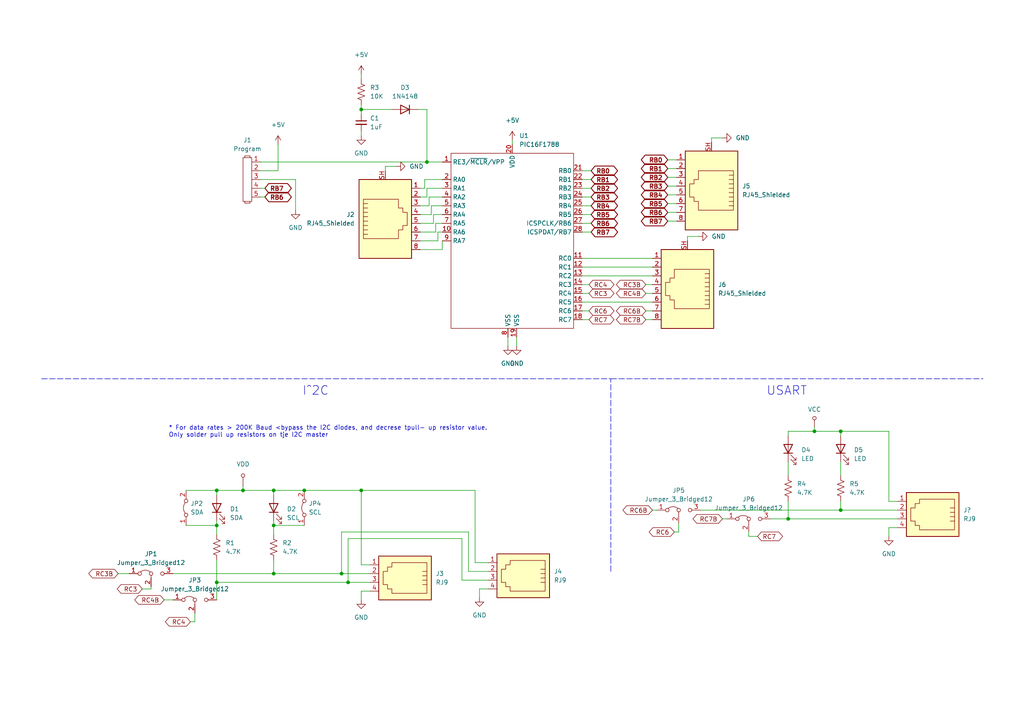
<source format=kicad_sch>
(kicad_sch (version 20211123) (generator eeschema)

  (uuid 1e3b1fd4-68fe-444a-8bf4-2750f7f88533)

  (paper "A4")

  (lib_symbols
    (symbol "Connector:RJ45_Shielded" (pin_names (offset 1.016)) (in_bom yes) (on_board yes)
      (property "Reference" "J" (id 0) (at -5.08 13.97 0)
        (effects (font (size 1.27 1.27)) (justify right))
      )
      (property "Value" "RJ45_Shielded" (id 1) (at 2.54 13.97 0)
        (effects (font (size 1.27 1.27)) (justify left))
      )
      (property "Footprint" "" (id 2) (at 0 0.635 90)
        (effects (font (size 1.27 1.27)) hide)
      )
      (property "Datasheet" "~" (id 3) (at 0 0.635 90)
        (effects (font (size 1.27 1.27)) hide)
      )
      (property "ki_keywords" "8P8C RJ female connector" (id 4) (at 0 0 0)
        (effects (font (size 1.27 1.27)) hide)
      )
      (property "ki_description" "RJ connector, 8P8C (8 positions 8 connected), Shielded" (id 5) (at 0 0 0)
        (effects (font (size 1.27 1.27)) hide)
      )
      (property "ki_fp_filters" "8P8C* RJ31* RJ32* RJ33* RJ34* RJ35* RJ41* RJ45* RJ49* RJ61*" (id 6) (at 0 0 0)
        (effects (font (size 1.27 1.27)) hide)
      )
      (symbol "RJ45_Shielded_0_1"
        (polyline
          (pts
            (xy -5.08 4.445)
            (xy -6.35 4.445)
          )
          (stroke (width 0) (type default) (color 0 0 0 0))
          (fill (type none))
        )
        (polyline
          (pts
            (xy -5.08 5.715)
            (xy -6.35 5.715)
          )
          (stroke (width 0) (type default) (color 0 0 0 0))
          (fill (type none))
        )
        (polyline
          (pts
            (xy -6.35 -3.175)
            (xy -5.08 -3.175)
            (xy -5.08 -3.175)
          )
          (stroke (width 0) (type default) (color 0 0 0 0))
          (fill (type none))
        )
        (polyline
          (pts
            (xy -6.35 -1.905)
            (xy -5.08 -1.905)
            (xy -5.08 -1.905)
          )
          (stroke (width 0) (type default) (color 0 0 0 0))
          (fill (type none))
        )
        (polyline
          (pts
            (xy -6.35 -0.635)
            (xy -5.08 -0.635)
            (xy -5.08 -0.635)
          )
          (stroke (width 0) (type default) (color 0 0 0 0))
          (fill (type none))
        )
        (polyline
          (pts
            (xy -6.35 0.635)
            (xy -5.08 0.635)
            (xy -5.08 0.635)
          )
          (stroke (width 0) (type default) (color 0 0 0 0))
          (fill (type none))
        )
        (polyline
          (pts
            (xy -6.35 1.905)
            (xy -5.08 1.905)
            (xy -5.08 1.905)
          )
          (stroke (width 0) (type default) (color 0 0 0 0))
          (fill (type none))
        )
        (polyline
          (pts
            (xy -5.08 3.175)
            (xy -6.35 3.175)
            (xy -6.35 3.175)
          )
          (stroke (width 0) (type default) (color 0 0 0 0))
          (fill (type none))
        )
        (polyline
          (pts
            (xy -6.35 -4.445)
            (xy -6.35 6.985)
            (xy 3.81 6.985)
            (xy 3.81 4.445)
            (xy 5.08 4.445)
            (xy 5.08 3.175)
            (xy 6.35 3.175)
            (xy 6.35 -0.635)
            (xy 5.08 -0.635)
            (xy 5.08 -1.905)
            (xy 3.81 -1.905)
            (xy 3.81 -4.445)
            (xy -6.35 -4.445)
            (xy -6.35 -4.445)
          )
          (stroke (width 0) (type default) (color 0 0 0 0))
          (fill (type none))
        )
        (rectangle (start 7.62 12.7) (end -7.62 -10.16)
          (stroke (width 0.254) (type default) (color 0 0 0 0))
          (fill (type background))
        )
      )
      (symbol "RJ45_Shielded_1_1"
        (pin passive line (at 10.16 -7.62 180) (length 2.54)
          (name "~" (effects (font (size 1.27 1.27))))
          (number "1" (effects (font (size 1.27 1.27))))
        )
        (pin passive line (at 10.16 -5.08 180) (length 2.54)
          (name "~" (effects (font (size 1.27 1.27))))
          (number "2" (effects (font (size 1.27 1.27))))
        )
        (pin passive line (at 10.16 -2.54 180) (length 2.54)
          (name "~" (effects (font (size 1.27 1.27))))
          (number "3" (effects (font (size 1.27 1.27))))
        )
        (pin passive line (at 10.16 0 180) (length 2.54)
          (name "~" (effects (font (size 1.27 1.27))))
          (number "4" (effects (font (size 1.27 1.27))))
        )
        (pin passive line (at 10.16 2.54 180) (length 2.54)
          (name "~" (effects (font (size 1.27 1.27))))
          (number "5" (effects (font (size 1.27 1.27))))
        )
        (pin passive line (at 10.16 5.08 180) (length 2.54)
          (name "~" (effects (font (size 1.27 1.27))))
          (number "6" (effects (font (size 1.27 1.27))))
        )
        (pin passive line (at 10.16 7.62 180) (length 2.54)
          (name "~" (effects (font (size 1.27 1.27))))
          (number "7" (effects (font (size 1.27 1.27))))
        )
        (pin passive line (at 10.16 10.16 180) (length 2.54)
          (name "~" (effects (font (size 1.27 1.27))))
          (number "8" (effects (font (size 1.27 1.27))))
        )
        (pin passive line (at 0 -12.7 90) (length 2.54)
          (name "~" (effects (font (size 1.27 1.27))))
          (number "SH" (effects (font (size 1.27 1.27))))
        )
      )
    )
    (symbol "Connector:RJ9" (pin_names (offset 1.016)) (in_bom yes) (on_board yes)
      (property "Reference" "J" (id 0) (at -5.08 8.89 0)
        (effects (font (size 1.27 1.27)) (justify right))
      )
      (property "Value" "RJ9" (id 1) (at 2.54 8.89 0)
        (effects (font (size 1.27 1.27)) (justify left))
      )
      (property "Footprint" "" (id 2) (at 0 1.27 90)
        (effects (font (size 1.27 1.27)) hide)
      )
      (property "Datasheet" "~" (id 3) (at 0 1.27 90)
        (effects (font (size 1.27 1.27)) hide)
      )
      (property "ki_keywords" "4P4C RJ female connector" (id 4) (at 0 0 0)
        (effects (font (size 1.27 1.27)) hide)
      )
      (property "ki_description" "RJ connector, 4P4C (4 positions 4 connected)" (id 5) (at 0 0 0)
        (effects (font (size 1.27 1.27)) hide)
      )
      (property "ki_fp_filters" "4P4C* RJ9* RJ10* RJ22*" (id 6) (at 0 0 0)
        (effects (font (size 1.27 1.27)) hide)
      )
      (symbol "RJ9_0_1"
        (polyline
          (pts
            (xy -6.35 -0.635)
            (xy -5.08 -0.635)
            (xy -5.08 -0.635)
          )
          (stroke (width 0) (type default) (color 0 0 0 0))
          (fill (type none))
        )
        (polyline
          (pts
            (xy -6.35 0.635)
            (xy -5.08 0.635)
            (xy -5.08 0.635)
          )
          (stroke (width 0) (type default) (color 0 0 0 0))
          (fill (type none))
        )
        (polyline
          (pts
            (xy -6.35 1.905)
            (xy -5.08 1.905)
            (xy -5.08 1.905)
          )
          (stroke (width 0) (type default) (color 0 0 0 0))
          (fill (type none))
        )
        (polyline
          (pts
            (xy -6.35 3.175)
            (xy -5.08 3.175)
            (xy -5.08 3.175)
          )
          (stroke (width 0) (type default) (color 0 0 0 0))
          (fill (type none))
        )
        (polyline
          (pts
            (xy -6.35 -3.175)
            (xy -6.35 5.715)
            (xy -1.27 5.715)
            (xy 3.81 5.715)
            (xy 3.81 4.445)
            (xy 5.08 4.445)
            (xy 5.08 3.175)
            (xy 6.35 3.175)
            (xy 6.35 -0.635)
            (xy 5.08 -0.635)
            (xy 5.08 -1.905)
            (xy 3.81 -1.905)
            (xy 3.81 -3.175)
            (xy -6.35 -3.175)
            (xy -6.35 -3.175)
          )
          (stroke (width 0) (type default) (color 0 0 0 0))
          (fill (type none))
        )
        (rectangle (start 7.62 7.62) (end -7.62 -5.08)
          (stroke (width 0.254) (type default) (color 0 0 0 0))
          (fill (type background))
        )
      )
      (symbol "RJ9_1_1"
        (pin passive line (at 10.16 -2.54 180) (length 2.54)
          (name "~" (effects (font (size 1.27 1.27))))
          (number "1" (effects (font (size 1.27 1.27))))
        )
        (pin passive line (at 10.16 0 180) (length 2.54)
          (name "~" (effects (font (size 1.27 1.27))))
          (number "2" (effects (font (size 1.27 1.27))))
        )
        (pin passive line (at 10.16 2.54 180) (length 2.54)
          (name "~" (effects (font (size 1.27 1.27))))
          (number "3" (effects (font (size 1.27 1.27))))
        )
        (pin passive line (at 10.16 5.08 180) (length 2.54)
          (name "~" (effects (font (size 1.27 1.27))))
          (number "4" (effects (font (size 1.27 1.27))))
        )
      )
    )
    (symbol "Custom Components:PIC16LF1788" (in_bom yes) (on_board yes)
      (property "Reference" "U" (id 0) (at -8.89 -41.91 0)
        (effects (font (size 1.27 1.27)))
      )
      (property "Value" "PIC16LF1788" (id 1) (at -8.89 -44.45 0)
        (effects (font (size 1.27 1.27)))
      )
      (property "Footprint" "" (id 2) (at -8.89 -44.45 0)
        (effects (font (size 1.27 1.27)) hide)
      )
      (property "Datasheet" "" (id 3) (at -8.89 -44.45 0)
        (effects (font (size 1.27 1.27)) hide)
      )
      (symbol "PIC16LF1788_0_1"
        (rectangle (start -17.78 -7.62) (end 17.78 -58.42)
          (stroke (width 0) (type default) (color 0 0 0 0))
          (fill (type none))
        )
      )
      (symbol "PIC16LF1788_1_1"
        (pin bidirectional line (at -20.32 -10.16 0) (length 2.54)
          (name "RE3/~{MCLR}/VPP" (effects (font (size 1.27 1.27))))
          (number "1" (effects (font (size 1.27 1.27))))
        )
        (pin bidirectional line (at -20.32 -30.48 0) (length 2.54)
          (name "RA6" (effects (font (size 1.27 1.27))))
          (number "10" (effects (font (size 1.27 1.27))))
        )
        (pin bidirectional line (at 20.32 -38.1 180) (length 2.54)
          (name "RC0" (effects (font (size 1.27 1.27))))
          (number "11" (effects (font (size 1.27 1.27))))
        )
        (pin bidirectional line (at 20.32 -40.64 180) (length 2.54)
          (name "RC1" (effects (font (size 1.27 1.27))))
          (number "12" (effects (font (size 1.27 1.27))))
        )
        (pin bidirectional line (at 20.32 -43.18 180) (length 2.54)
          (name "RC2" (effects (font (size 1.27 1.27))))
          (number "13" (effects (font (size 1.27 1.27))))
        )
        (pin bidirectional line (at 20.32 -45.72 180) (length 2.54)
          (name "RC3" (effects (font (size 1.27 1.27))))
          (number "14" (effects (font (size 1.27 1.27))))
        )
        (pin bidirectional line (at 20.32 -48.26 180) (length 2.54)
          (name "RC4" (effects (font (size 1.27 1.27))))
          (number "15" (effects (font (size 1.27 1.27))))
        )
        (pin bidirectional line (at 20.32 -50.8 180) (length 2.54)
          (name "RC5" (effects (font (size 1.27 1.27))))
          (number "16" (effects (font (size 1.27 1.27))))
        )
        (pin bidirectional line (at 20.32 -53.34 180) (length 2.54)
          (name "RC6" (effects (font (size 1.27 1.27))))
          (number "17" (effects (font (size 1.27 1.27))))
        )
        (pin bidirectional line (at 20.32 -55.88 180) (length 2.54)
          (name "RC7" (effects (font (size 1.27 1.27))))
          (number "18" (effects (font (size 1.27 1.27))))
        )
        (pin bidirectional line (at 1.27 -60.96 90) (length 2.54)
          (name "VSS" (effects (font (size 1.27 1.27))))
          (number "19" (effects (font (size 1.27 1.27))))
        )
        (pin bidirectional line (at -20.32 -15.24 0) (length 2.54)
          (name "RA0" (effects (font (size 1.27 1.27))))
          (number "2" (effects (font (size 1.27 1.27))))
        )
        (pin bidirectional line (at 0 -5.08 270) (length 2.54)
          (name "VDD" (effects (font (size 1.27 1.27))))
          (number "20" (effects (font (size 1.27 1.27))))
        )
        (pin bidirectional line (at 20.32 -12.7 180) (length 2.54)
          (name "RB0" (effects (font (size 1.27 1.27))))
          (number "21" (effects (font (size 1.27 1.27))))
        )
        (pin bidirectional line (at 20.32 -15.24 180) (length 2.54)
          (name "RB1" (effects (font (size 1.27 1.27))))
          (number "22" (effects (font (size 1.27 1.27))))
        )
        (pin bidirectional line (at 20.32 -17.78 180) (length 2.54)
          (name "RB2" (effects (font (size 1.27 1.27))))
          (number "23" (effects (font (size 1.27 1.27))))
        )
        (pin bidirectional line (at 20.32 -20.32 180) (length 2.54)
          (name "RB3" (effects (font (size 1.27 1.27))))
          (number "24" (effects (font (size 1.27 1.27))))
        )
        (pin bidirectional line (at 20.32 -22.86 180) (length 2.54)
          (name "RB4" (effects (font (size 1.27 1.27))))
          (number "25" (effects (font (size 1.27 1.27))))
        )
        (pin bidirectional line (at 20.32 -25.4 180) (length 2.54)
          (name "RB5" (effects (font (size 1.27 1.27))))
          (number "26" (effects (font (size 1.27 1.27))))
        )
        (pin bidirectional line (at 20.32 -27.94 180) (length 2.54)
          (name "ICSPCLK/RB6" (effects (font (size 1.27 1.27))))
          (number "27" (effects (font (size 1.27 1.27))))
        )
        (pin bidirectional line (at 20.32 -30.48 180) (length 2.54)
          (name "ICSPDAT/RB7" (effects (font (size 1.27 1.27))))
          (number "28" (effects (font (size 1.27 1.27))))
        )
        (pin bidirectional line (at -20.32 -17.78 0) (length 2.54)
          (name "RA1" (effects (font (size 1.27 1.27))))
          (number "3" (effects (font (size 1.27 1.27))))
        )
        (pin bidirectional line (at -20.32 -20.32 0) (length 2.54)
          (name "RA2" (effects (font (size 1.27 1.27))))
          (number "4" (effects (font (size 1.27 1.27))))
        )
        (pin bidirectional line (at -20.32 -22.86 0) (length 2.54)
          (name "RA3" (effects (font (size 1.27 1.27))))
          (number "5" (effects (font (size 1.27 1.27))))
        )
        (pin bidirectional line (at -20.32 -25.4 0) (length 2.54)
          (name "RA4" (effects (font (size 1.27 1.27))))
          (number "6" (effects (font (size 1.27 1.27))))
        )
        (pin bidirectional line (at -20.32 -27.94 0) (length 2.54)
          (name "RA5" (effects (font (size 1.27 1.27))))
          (number "7" (effects (font (size 1.27 1.27))))
        )
        (pin bidirectional line (at -1.27 -60.96 90) (length 2.54)
          (name "VSS" (effects (font (size 1.27 1.27))))
          (number "8" (effects (font (size 1.27 1.27))))
        )
        (pin bidirectional line (at -20.32 -33.02 0) (length 2.54)
          (name "RA7" (effects (font (size 1.27 1.27))))
          (number "9" (effects (font (size 1.27 1.27))))
        )
      )
    )
    (symbol "Custom Symbols:5pinheader" (in_bom yes) (on_board yes)
      (property "Reference" "J" (id 0) (at -1.016 0.508 0)
        (effects (font (size 1.27 1.27)))
      )
      (property "Value" "5pinheader" (id 1) (at -1.016 0.508 0)
        (effects (font (size 1.27 1.27)))
      )
      (property "Footprint" "" (id 2) (at -1.016 0.508 0)
        (effects (font (size 1.27 1.27)) hide)
      )
      (property "Datasheet" "" (id 3) (at -1.016 0.508 0)
        (effects (font (size 1.27 1.27)) hide)
      )
      (symbol "5pinheader_0_1"
        (rectangle (start 0 -1.27) (end -2.54 -13.97)
          (stroke (width 0) (type default) (color 0 0 0 0))
          (fill (type none))
        )
        (polyline
          (pts
            (xy -2.032 -1.27)
            (xy -2.032 -0.762)
            (xy -0.508 -0.762)
            (xy -0.508 -1.27)
          )
          (stroke (width 0) (type default) (color 0 0 0 0))
          (fill (type none))
        )
        (polyline
          (pts
            (xy -0.508 -13.97)
            (xy -0.508 -14.478)
            (xy -2.032 -14.478)
            (xy -2.032 -13.97)
          )
          (stroke (width 0) (type default) (color 0 0 0 0))
          (fill (type none))
        )
      )
      (symbol "5pinheader_1_1"
        (pin bidirectional line (at 2.54 -2.54 180) (length 2.54)
          (name "" (effects (font (size 1.27 1.27))))
          (number "1" (effects (font (size 1.27 1.27))))
        )
        (pin bidirectional line (at 2.54 -5.08 180) (length 2.54)
          (name "" (effects (font (size 1.27 1.27))))
          (number "2" (effects (font (size 1.27 1.27))))
        )
        (pin bidirectional line (at 2.54 -7.62 180) (length 2.54)
          (name "" (effects (font (size 1.27 1.27))))
          (number "3" (effects (font (size 1.27 1.27))))
        )
        (pin bidirectional line (at 2.54 -10.16 180) (length 2.54)
          (name "" (effects (font (size 1.27 1.27))))
          (number "4" (effects (font (size 1.27 1.27))))
        )
        (pin bidirectional line (at 2.54 -12.7 180) (length 2.54)
          (name "" (effects (font (size 1.27 1.27))))
          (number "5" (effects (font (size 1.27 1.27))))
        )
      )
    )
    (symbol "Device:C_Small" (pin_numbers hide) (pin_names (offset 0.254) hide) (in_bom yes) (on_board yes)
      (property "Reference" "C" (id 0) (at 0.254 1.778 0)
        (effects (font (size 1.27 1.27)) (justify left))
      )
      (property "Value" "C_Small" (id 1) (at 0.254 -2.032 0)
        (effects (font (size 1.27 1.27)) (justify left))
      )
      (property "Footprint" "" (id 2) (at 0 0 0)
        (effects (font (size 1.27 1.27)) hide)
      )
      (property "Datasheet" "~" (id 3) (at 0 0 0)
        (effects (font (size 1.27 1.27)) hide)
      )
      (property "ki_keywords" "capacitor cap" (id 4) (at 0 0 0)
        (effects (font (size 1.27 1.27)) hide)
      )
      (property "ki_description" "Unpolarized capacitor, small symbol" (id 5) (at 0 0 0)
        (effects (font (size 1.27 1.27)) hide)
      )
      (property "ki_fp_filters" "C_*" (id 6) (at 0 0 0)
        (effects (font (size 1.27 1.27)) hide)
      )
      (symbol "C_Small_0_1"
        (polyline
          (pts
            (xy -1.524 -0.508)
            (xy 1.524 -0.508)
          )
          (stroke (width 0.3302) (type default) (color 0 0 0 0))
          (fill (type none))
        )
        (polyline
          (pts
            (xy -1.524 0.508)
            (xy 1.524 0.508)
          )
          (stroke (width 0.3048) (type default) (color 0 0 0 0))
          (fill (type none))
        )
      )
      (symbol "C_Small_1_1"
        (pin passive line (at 0 2.54 270) (length 2.032)
          (name "~" (effects (font (size 1.27 1.27))))
          (number "1" (effects (font (size 1.27 1.27))))
        )
        (pin passive line (at 0 -2.54 90) (length 2.032)
          (name "~" (effects (font (size 1.27 1.27))))
          (number "2" (effects (font (size 1.27 1.27))))
        )
      )
    )
    (symbol "Device:LED" (pin_numbers hide) (pin_names (offset 1.016) hide) (in_bom yes) (on_board yes)
      (property "Reference" "D" (id 0) (at 0 2.54 0)
        (effects (font (size 1.27 1.27)))
      )
      (property "Value" "LED" (id 1) (at 0 -2.54 0)
        (effects (font (size 1.27 1.27)))
      )
      (property "Footprint" "" (id 2) (at 0 0 0)
        (effects (font (size 1.27 1.27)) hide)
      )
      (property "Datasheet" "~" (id 3) (at 0 0 0)
        (effects (font (size 1.27 1.27)) hide)
      )
      (property "ki_keywords" "LED diode" (id 4) (at 0 0 0)
        (effects (font (size 1.27 1.27)) hide)
      )
      (property "ki_description" "Light emitting diode" (id 5) (at 0 0 0)
        (effects (font (size 1.27 1.27)) hide)
      )
      (property "ki_fp_filters" "LED* LED_SMD:* LED_THT:*" (id 6) (at 0 0 0)
        (effects (font (size 1.27 1.27)) hide)
      )
      (symbol "LED_0_1"
        (polyline
          (pts
            (xy -1.27 -1.27)
            (xy -1.27 1.27)
          )
          (stroke (width 0.254) (type default) (color 0 0 0 0))
          (fill (type none))
        )
        (polyline
          (pts
            (xy -1.27 0)
            (xy 1.27 0)
          )
          (stroke (width 0) (type default) (color 0 0 0 0))
          (fill (type none))
        )
        (polyline
          (pts
            (xy 1.27 -1.27)
            (xy 1.27 1.27)
            (xy -1.27 0)
            (xy 1.27 -1.27)
          )
          (stroke (width 0.254) (type default) (color 0 0 0 0))
          (fill (type none))
        )
        (polyline
          (pts
            (xy -3.048 -0.762)
            (xy -4.572 -2.286)
            (xy -3.81 -2.286)
            (xy -4.572 -2.286)
            (xy -4.572 -1.524)
          )
          (stroke (width 0) (type default) (color 0 0 0 0))
          (fill (type none))
        )
        (polyline
          (pts
            (xy -1.778 -0.762)
            (xy -3.302 -2.286)
            (xy -2.54 -2.286)
            (xy -3.302 -2.286)
            (xy -3.302 -1.524)
          )
          (stroke (width 0) (type default) (color 0 0 0 0))
          (fill (type none))
        )
      )
      (symbol "LED_1_1"
        (pin passive line (at -3.81 0 0) (length 2.54)
          (name "K" (effects (font (size 1.27 1.27))))
          (number "1" (effects (font (size 1.27 1.27))))
        )
        (pin passive line (at 3.81 0 180) (length 2.54)
          (name "A" (effects (font (size 1.27 1.27))))
          (number "2" (effects (font (size 1.27 1.27))))
        )
      )
    )
    (symbol "Device:R_US" (pin_numbers hide) (pin_names (offset 0)) (in_bom yes) (on_board yes)
      (property "Reference" "R" (id 0) (at 2.54 0 90)
        (effects (font (size 1.27 1.27)))
      )
      (property "Value" "R_US" (id 1) (at -2.54 0 90)
        (effects (font (size 1.27 1.27)))
      )
      (property "Footprint" "" (id 2) (at 1.016 -0.254 90)
        (effects (font (size 1.27 1.27)) hide)
      )
      (property "Datasheet" "~" (id 3) (at 0 0 0)
        (effects (font (size 1.27 1.27)) hide)
      )
      (property "ki_keywords" "R res resistor" (id 4) (at 0 0 0)
        (effects (font (size 1.27 1.27)) hide)
      )
      (property "ki_description" "Resistor, US symbol" (id 5) (at 0 0 0)
        (effects (font (size 1.27 1.27)) hide)
      )
      (property "ki_fp_filters" "R_*" (id 6) (at 0 0 0)
        (effects (font (size 1.27 1.27)) hide)
      )
      (symbol "R_US_0_1"
        (polyline
          (pts
            (xy 0 -2.286)
            (xy 0 -2.54)
          )
          (stroke (width 0) (type default) (color 0 0 0 0))
          (fill (type none))
        )
        (polyline
          (pts
            (xy 0 2.286)
            (xy 0 2.54)
          )
          (stroke (width 0) (type default) (color 0 0 0 0))
          (fill (type none))
        )
        (polyline
          (pts
            (xy 0 -0.762)
            (xy 1.016 -1.143)
            (xy 0 -1.524)
            (xy -1.016 -1.905)
            (xy 0 -2.286)
          )
          (stroke (width 0) (type default) (color 0 0 0 0))
          (fill (type none))
        )
        (polyline
          (pts
            (xy 0 0.762)
            (xy 1.016 0.381)
            (xy 0 0)
            (xy -1.016 -0.381)
            (xy 0 -0.762)
          )
          (stroke (width 0) (type default) (color 0 0 0 0))
          (fill (type none))
        )
        (polyline
          (pts
            (xy 0 2.286)
            (xy 1.016 1.905)
            (xy 0 1.524)
            (xy -1.016 1.143)
            (xy 0 0.762)
          )
          (stroke (width 0) (type default) (color 0 0 0 0))
          (fill (type none))
        )
      )
      (symbol "R_US_1_1"
        (pin passive line (at 0 3.81 270) (length 1.27)
          (name "~" (effects (font (size 1.27 1.27))))
          (number "1" (effects (font (size 1.27 1.27))))
        )
        (pin passive line (at 0 -3.81 90) (length 1.27)
          (name "~" (effects (font (size 1.27 1.27))))
          (number "2" (effects (font (size 1.27 1.27))))
        )
      )
    )
    (symbol "Diode:1N4148" (pin_numbers hide) (pin_names (offset 1.016) hide) (in_bom yes) (on_board yes)
      (property "Reference" "D" (id 0) (at 0 2.54 0)
        (effects (font (size 1.27 1.27)))
      )
      (property "Value" "1N4148" (id 1) (at 0 -2.54 0)
        (effects (font (size 1.27 1.27)))
      )
      (property "Footprint" "Diode_THT:D_DO-35_SOD27_P7.62mm_Horizontal" (id 2) (at 0 -4.445 0)
        (effects (font (size 1.27 1.27)) hide)
      )
      (property "Datasheet" "https://assets.nexperia.com/documents/data-sheet/1N4148_1N4448.pdf" (id 3) (at 0 0 0)
        (effects (font (size 1.27 1.27)) hide)
      )
      (property "ki_keywords" "diode" (id 4) (at 0 0 0)
        (effects (font (size 1.27 1.27)) hide)
      )
      (property "ki_description" "100V 0.15A standard switching diode, DO-35" (id 5) (at 0 0 0)
        (effects (font (size 1.27 1.27)) hide)
      )
      (property "ki_fp_filters" "D*DO?35*" (id 6) (at 0 0 0)
        (effects (font (size 1.27 1.27)) hide)
      )
      (symbol "1N4148_0_1"
        (polyline
          (pts
            (xy -1.27 1.27)
            (xy -1.27 -1.27)
          )
          (stroke (width 0.254) (type default) (color 0 0 0 0))
          (fill (type none))
        )
        (polyline
          (pts
            (xy 1.27 0)
            (xy -1.27 0)
          )
          (stroke (width 0) (type default) (color 0 0 0 0))
          (fill (type none))
        )
        (polyline
          (pts
            (xy 1.27 1.27)
            (xy 1.27 -1.27)
            (xy -1.27 0)
            (xy 1.27 1.27)
          )
          (stroke (width 0.254) (type default) (color 0 0 0 0))
          (fill (type none))
        )
      )
      (symbol "1N4148_1_1"
        (pin passive line (at -3.81 0 0) (length 2.54)
          (name "K" (effects (font (size 1.27 1.27))))
          (number "1" (effects (font (size 1.27 1.27))))
        )
        (pin passive line (at 3.81 0 180) (length 2.54)
          (name "A" (effects (font (size 1.27 1.27))))
          (number "2" (effects (font (size 1.27 1.27))))
        )
      )
    )
    (symbol "Jumper:Jumper_2_Bridged" (pin_names (offset 0) hide) (in_bom yes) (on_board yes)
      (property "Reference" "JP" (id 0) (at 0 1.905 0)
        (effects (font (size 1.27 1.27)))
      )
      (property "Value" "Jumper_2_Bridged" (id 1) (at 0 -2.54 0)
        (effects (font (size 1.27 1.27)))
      )
      (property "Footprint" "" (id 2) (at 0 0 0)
        (effects (font (size 1.27 1.27)) hide)
      )
      (property "Datasheet" "~" (id 3) (at 0 0 0)
        (effects (font (size 1.27 1.27)) hide)
      )
      (property "ki_keywords" "Jumper SPST" (id 4) (at 0 0 0)
        (effects (font (size 1.27 1.27)) hide)
      )
      (property "ki_description" "Jumper, 2-pole, closed/bridged" (id 5) (at 0 0 0)
        (effects (font (size 1.27 1.27)) hide)
      )
      (property "ki_fp_filters" "Jumper* TestPoint*2Pads* TestPoint*Bridge*" (id 6) (at 0 0 0)
        (effects (font (size 1.27 1.27)) hide)
      )
      (symbol "Jumper_2_Bridged_0_0"
        (circle (center -2.032 0) (radius 0.508)
          (stroke (width 0) (type default) (color 0 0 0 0))
          (fill (type none))
        )
        (circle (center 2.032 0) (radius 0.508)
          (stroke (width 0) (type default) (color 0 0 0 0))
          (fill (type none))
        )
      )
      (symbol "Jumper_2_Bridged_0_1"
        (arc (start 1.524 0.254) (mid 0 0.762) (end -1.524 0.254)
          (stroke (width 0) (type default) (color 0 0 0 0))
          (fill (type none))
        )
      )
      (symbol "Jumper_2_Bridged_1_1"
        (pin passive line (at -5.08 0 0) (length 2.54)
          (name "A" (effects (font (size 1.27 1.27))))
          (number "1" (effects (font (size 1.27 1.27))))
        )
        (pin passive line (at 5.08 0 180) (length 2.54)
          (name "B" (effects (font (size 1.27 1.27))))
          (number "2" (effects (font (size 1.27 1.27))))
        )
      )
    )
    (symbol "Jumper:Jumper_3_Bridged12" (pin_names (offset 0) hide) (in_bom yes) (on_board yes)
      (property "Reference" "JP" (id 0) (at -2.54 -2.54 0)
        (effects (font (size 1.27 1.27)))
      )
      (property "Value" "Jumper_3_Bridged12" (id 1) (at 0 2.794 0)
        (effects (font (size 1.27 1.27)))
      )
      (property "Footprint" "" (id 2) (at 0 0 0)
        (effects (font (size 1.27 1.27)) hide)
      )
      (property "Datasheet" "~" (id 3) (at 0 0 0)
        (effects (font (size 1.27 1.27)) hide)
      )
      (property "ki_keywords" "Jumper SPDT" (id 4) (at 0 0 0)
        (effects (font (size 1.27 1.27)) hide)
      )
      (property "ki_description" "Jumper, 3-pole, pins 1+2 closed/bridged" (id 5) (at 0 0 0)
        (effects (font (size 1.27 1.27)) hide)
      )
      (property "ki_fp_filters" "Jumper* TestPoint*3Pads* TestPoint*Bridge*" (id 6) (at 0 0 0)
        (effects (font (size 1.27 1.27)) hide)
      )
      (symbol "Jumper_3_Bridged12_0_0"
        (circle (center -3.302 0) (radius 0.508)
          (stroke (width 0) (type default) (color 0 0 0 0))
          (fill (type none))
        )
        (circle (center 0 0) (radius 0.508)
          (stroke (width 0) (type default) (color 0 0 0 0))
          (fill (type none))
        )
        (circle (center 3.302 0) (radius 0.508)
          (stroke (width 0) (type default) (color 0 0 0 0))
          (fill (type none))
        )
      )
      (symbol "Jumper_3_Bridged12_0_1"
        (arc (start -0.254 0.508) (mid -1.651 0.9912) (end -3.048 0.508)
          (stroke (width 0) (type default) (color 0 0 0 0))
          (fill (type none))
        )
        (polyline
          (pts
            (xy 0 -1.27)
            (xy 0 -0.508)
          )
          (stroke (width 0) (type default) (color 0 0 0 0))
          (fill (type none))
        )
      )
      (symbol "Jumper_3_Bridged12_1_1"
        (pin passive line (at -6.35 0 0) (length 2.54)
          (name "A" (effects (font (size 1.27 1.27))))
          (number "1" (effects (font (size 1.27 1.27))))
        )
        (pin passive line (at 0 -3.81 90) (length 2.54)
          (name "C" (effects (font (size 1.27 1.27))))
          (number "2" (effects (font (size 1.27 1.27))))
        )
        (pin passive line (at 6.35 0 180) (length 2.54)
          (name "B" (effects (font (size 1.27 1.27))))
          (number "3" (effects (font (size 1.27 1.27))))
        )
      )
    )
    (symbol "Power_symbols:VCC" (power) (in_bom no) (on_board no)
      (property "Reference" "#PWR" (id 0) (at 0 0 0)
        (effects (font (size 1.27 1.27)) hide)
      )
      (property "Value" "VCC" (id 1) (at 0 0 0)
        (effects (font (size 1.27 1.27)))
      )
      (property "Footprint" "" (id 2) (at 0 0 0)
        (effects (font (size 1.27 1.27)) hide)
      )
      (property "Datasheet" "" (id 3) (at 0 0 0)
        (effects (font (size 1.27 1.27)) hide)
      )
      (symbol "VCC_0_1"
        (circle (center 0 -2.54) (radius 0.508)
          (stroke (width 0) (type default) (color 0 0 0 0))
          (fill (type none))
        )
      )
      (symbol "VCC_1_1"
        (pin power_out line (at 0 -5.08 90) (length 2.032)
          (name "" (effects (font (size 1.27 1.27))))
          (number "" (effects (font (size 1.27 1.27))))
        )
      )
    )
    (symbol "Power_symbols:VDD" (power) (in_bom no) (on_board no)
      (property "Reference" "#PWR" (id 0) (at 0 0 0)
        (effects (font (size 1.27 1.27)) hide)
      )
      (property "Value" "VDD" (id 1) (at 0 0 0)
        (effects (font (size 1.27 1.27)))
      )
      (property "Footprint" "" (id 2) (at 0 0 0)
        (effects (font (size 1.27 1.27)) hide)
      )
      (property "Datasheet" "" (id 3) (at 0 0 0)
        (effects (font (size 1.27 1.27)) hide)
      )
      (symbol "VDD_0_1"
        (circle (center 0 -2.032) (radius 0.508)
          (stroke (width 0) (type default) (color 0 0 0 0))
          (fill (type none))
        )
      )
      (symbol "VDD_1_1"
        (pin power_out line (at 0 -5.08 90) (length 2.54)
          (name "" (effects (font (size 1.27 1.27))))
          (number "" (effects (font (size 1.27 1.27))))
        )
      )
    )
    (symbol "power:+5V" (power) (pin_names (offset 0)) (in_bom yes) (on_board yes)
      (property "Reference" "#PWR" (id 0) (at 0 -3.81 0)
        (effects (font (size 1.27 1.27)) hide)
      )
      (property "Value" "+5V" (id 1) (at 0 3.556 0)
        (effects (font (size 1.27 1.27)))
      )
      (property "Footprint" "" (id 2) (at 0 0 0)
        (effects (font (size 1.27 1.27)) hide)
      )
      (property "Datasheet" "" (id 3) (at 0 0 0)
        (effects (font (size 1.27 1.27)) hide)
      )
      (property "ki_keywords" "power-flag" (id 4) (at 0 0 0)
        (effects (font (size 1.27 1.27)) hide)
      )
      (property "ki_description" "Power symbol creates a global label with name \"+5V\"" (id 5) (at 0 0 0)
        (effects (font (size 1.27 1.27)) hide)
      )
      (symbol "+5V_0_1"
        (polyline
          (pts
            (xy -0.762 1.27)
            (xy 0 2.54)
          )
          (stroke (width 0) (type default) (color 0 0 0 0))
          (fill (type none))
        )
        (polyline
          (pts
            (xy 0 0)
            (xy 0 2.54)
          )
          (stroke (width 0) (type default) (color 0 0 0 0))
          (fill (type none))
        )
        (polyline
          (pts
            (xy 0 2.54)
            (xy 0.762 1.27)
          )
          (stroke (width 0) (type default) (color 0 0 0 0))
          (fill (type none))
        )
      )
      (symbol "+5V_1_1"
        (pin power_in line (at 0 0 90) (length 0) hide
          (name "+5V" (effects (font (size 1.27 1.27))))
          (number "1" (effects (font (size 1.27 1.27))))
        )
      )
    )
    (symbol "power:GND" (power) (pin_names (offset 0)) (in_bom yes) (on_board yes)
      (property "Reference" "#PWR" (id 0) (at 0 -6.35 0)
        (effects (font (size 1.27 1.27)) hide)
      )
      (property "Value" "GND" (id 1) (at 0 -3.81 0)
        (effects (font (size 1.27 1.27)))
      )
      (property "Footprint" "" (id 2) (at 0 0 0)
        (effects (font (size 1.27 1.27)) hide)
      )
      (property "Datasheet" "" (id 3) (at 0 0 0)
        (effects (font (size 1.27 1.27)) hide)
      )
      (property "ki_keywords" "power-flag" (id 4) (at 0 0 0)
        (effects (font (size 1.27 1.27)) hide)
      )
      (property "ki_description" "Power symbol creates a global label with name \"GND\" , ground" (id 5) (at 0 0 0)
        (effects (font (size 1.27 1.27)) hide)
      )
      (symbol "GND_0_1"
        (polyline
          (pts
            (xy 0 0)
            (xy 0 -1.27)
            (xy 1.27 -1.27)
            (xy 0 -2.54)
            (xy -1.27 -1.27)
            (xy 0 -1.27)
          )
          (stroke (width 0) (type default) (color 0 0 0 0))
          (fill (type none))
        )
      )
      (symbol "GND_1_1"
        (pin power_in line (at 0 0 270) (length 0) hide
          (name "GND" (effects (font (size 1.27 1.27))))
          (number "1" (effects (font (size 1.27 1.27))))
        )
      )
    )
  )

  (junction (at 100.965 168.91) (diameter 0) (color 0 0 0 0)
    (uuid 0457cd5f-fc7f-4526-98b3-5a183029e08f)
  )
  (junction (at 243.84 125.095) (diameter 0) (color 0 0 0 0)
    (uuid 0f213238-b183-4959-9b37-21bc76c736b6)
  )
  (junction (at 62.865 168.91) (diameter 0) (color 0 0 0 0)
    (uuid 2a2d19b4-6c82-408c-88c0-2f665c7b0088)
  )
  (junction (at 70.485 142.24) (diameter 0) (color 0 0 0 0)
    (uuid 3690fb00-67da-4e5b-b00a-3e78f66389aa)
  )
  (junction (at 123.825 46.99) (diameter 0) (color 0 0 0 0)
    (uuid 3f796efe-079a-4a91-8094-5a60f08ccb50)
  )
  (junction (at 79.375 152.4) (diameter 0) (color 0 0 0 0)
    (uuid 44ee0a05-442f-4a8d-8d33-71861e9f7e0e)
  )
  (junction (at 104.775 31.75) (diameter 0) (color 0 0 0 0)
    (uuid 657420f5-582b-4bb8-98dc-bba6280a6313)
  )
  (junction (at 88.265 142.24) (diameter 0) (color 0 0 0 0)
    (uuid 6d898861-990c-4415-844c-b56a4e126281)
  )
  (junction (at 104.775 142.24) (diameter 0) (color 0 0 0 0)
    (uuid 735caf77-a177-458b-aff9-dfe5a54f1824)
  )
  (junction (at 79.375 142.24) (diameter 0) (color 0 0 0 0)
    (uuid 9dfe23fa-c7a3-4f7f-939b-dbae4bf133ad)
  )
  (junction (at 99.06 166.37) (diameter 0) (color 0 0 0 0)
    (uuid b219dd2a-03c4-43f5-b9aa-fbb7cece8d00)
  )
  (junction (at 79.375 166.37) (diameter 0) (color 0 0 0 0)
    (uuid b4c1cefa-be24-499f-8fca-7ea094e7dd35)
  )
  (junction (at 228.6 150.495) (diameter 0) (color 0 0 0 0)
    (uuid ba58ab4d-2e52-44f1-af6c-a39c1f01db21)
  )
  (junction (at 62.865 142.24) (diameter 0) (color 0 0 0 0)
    (uuid c3c95320-d501-4851-8161-646fdcc787fa)
  )
  (junction (at 62.865 152.4) (diameter 0) (color 0 0 0 0)
    (uuid d02ce12e-2387-4f2d-a134-032fc0a77c78)
  )
  (junction (at 243.84 147.955) (diameter 0) (color 0 0 0 0)
    (uuid d6d0fefc-e611-408c-9882-6ad9945f8d22)
  )
  (junction (at 236.22 125.095) (diameter 0) (color 0 0 0 0)
    (uuid d6d5aefb-6cb9-466e-bee9-56aa0f38dbd2)
  )

  (polyline (pts (xy 177.165 165.735) (xy 177.165 109.855))
    (stroke (width 0) (type default) (color 0 0 0 0))
    (uuid 0362b101-8814-46cb-930c-001c86de0d92)
  )

  (wire (pts (xy 209.55 150.495) (xy 210.82 150.495))
    (stroke (width 0) (type default) (color 0 0 0 0))
    (uuid 04f164d6-ef2b-46bc-b804-b96e58a97d82)
  )
  (wire (pts (xy 260.35 147.955) (xy 243.84 147.955))
    (stroke (width 0) (type default) (color 0 0 0 0))
    (uuid 074f2737-5032-40d7-a376-3bff95978a2e)
  )
  (wire (pts (xy 125.73 62.23) (xy 128.27 62.23))
    (stroke (width 0) (type default) (color 0 0 0 0))
    (uuid 08799c7b-cbd4-4fb3-8b30-e07dc5afb67d)
  )
  (wire (pts (xy 228.6 125.095) (xy 228.6 126.365))
    (stroke (width 0) (type default) (color 0 0 0 0))
    (uuid 0ced0960-aa38-44c9-bb56-eec9f9317a09)
  )
  (wire (pts (xy 121.92 62.23) (xy 125.095 62.23))
    (stroke (width 0) (type default) (color 0 0 0 0))
    (uuid 12a2d63b-5743-46a4-91b2-d0b5d483abbc)
  )
  (wire (pts (xy 137.795 142.24) (xy 137.795 163.195))
    (stroke (width 0) (type default) (color 0 0 0 0))
    (uuid 13350903-d3ce-49e2-9827-5b7ad5f5ce8e)
  )
  (wire (pts (xy 133.985 168.275) (xy 133.985 156.21))
    (stroke (width 0) (type default) (color 0 0 0 0))
    (uuid 135b2f2e-462c-495c-bc73-4ccb39ee5e89)
  )
  (wire (pts (xy 126.365 64.77) (xy 128.27 64.77))
    (stroke (width 0) (type default) (color 0 0 0 0))
    (uuid 13b942f4-70b4-4c16-8221-c0d89d92d9f4)
  )
  (wire (pts (xy 196.215 61.595) (xy 193.675 61.595))
    (stroke (width 0) (type default) (color 0 0 0 0))
    (uuid 140b843e-075c-4591-af7a-4e43f6d2298f)
  )
  (wire (pts (xy 114.935 48.26) (xy 111.76 48.26))
    (stroke (width 0) (type default) (color 0 0 0 0))
    (uuid 143825b9-75a5-4134-a16e-62c66f5a54f7)
  )
  (wire (pts (xy 187.325 92.71) (xy 189.23 92.71))
    (stroke (width 0) (type default) (color 0 0 0 0))
    (uuid 15746d11-f507-4e9a-978b-aa6fb3eeedfd)
  )
  (wire (pts (xy 56.515 180.34) (xy 56.515 177.8))
    (stroke (width 0) (type default) (color 0 0 0 0))
    (uuid 17ab6836-cafd-4b85-bf64-564a0c60bbb3)
  )
  (wire (pts (xy 168.91 67.31) (xy 171.45 67.31))
    (stroke (width 0) (type default) (color 0 0 0 0))
    (uuid 17e22ba1-1885-4851-90e4-29cf80ee26c1)
  )
  (wire (pts (xy 107.315 163.83) (xy 104.775 163.83))
    (stroke (width 0) (type default) (color 0 0 0 0))
    (uuid 1847e9e9-06c0-424c-a225-ca672c24bb50)
  )
  (wire (pts (xy 149.86 97.79) (xy 149.86 100.33))
    (stroke (width 0) (type default) (color 0 0 0 0))
    (uuid 1c1de626-984f-412d-a6d7-ea38e489f11d)
  )
  (wire (pts (xy 100.965 168.91) (xy 107.315 168.91))
    (stroke (width 0) (type default) (color 0 0 0 0))
    (uuid 20472dc5-9122-43aa-b07f-5d9c60ebe35b)
  )
  (wire (pts (xy 228.6 145.415) (xy 228.6 150.495))
    (stroke (width 0) (type default) (color 0 0 0 0))
    (uuid 22f6e9ce-692f-45f0-bbb1-d9321af36691)
  )
  (wire (pts (xy 243.84 147.955) (xy 243.84 145.415))
    (stroke (width 0) (type default) (color 0 0 0 0))
    (uuid 2448b286-b7a8-4c08-881d-4c79c5033e51)
  )
  (wire (pts (xy 125.73 64.77) (xy 125.73 62.23))
    (stroke (width 0) (type default) (color 0 0 0 0))
    (uuid 2574a4f3-703d-4230-a195-7bce5fe9917f)
  )
  (wire (pts (xy 121.285 31.75) (xy 123.825 31.75))
    (stroke (width 0) (type default) (color 0 0 0 0))
    (uuid 27a58c41-ae0c-45f6-b4b8-8e02832b2000)
  )
  (wire (pts (xy 80.645 49.53) (xy 80.645 41.91))
    (stroke (width 0) (type default) (color 0 0 0 0))
    (uuid 2bb07360-8fd3-40d9-9de8-07c7664286d6)
  )
  (wire (pts (xy 168.91 62.23) (xy 171.45 62.23))
    (stroke (width 0) (type default) (color 0 0 0 0))
    (uuid 2c54187a-1e27-484a-8ce8-eccb9dd780d0)
  )
  (wire (pts (xy 141.605 163.195) (xy 137.795 163.195))
    (stroke (width 0) (type default) (color 0 0 0 0))
    (uuid 2eb7ede8-1808-4fa3-9f65-f8864fca5318)
  )
  (wire (pts (xy 79.375 166.37) (xy 99.06 166.37))
    (stroke (width 0) (type default) (color 0 0 0 0))
    (uuid 30d8f3c2-06f6-4361-9922-2f220027593e)
  )
  (wire (pts (xy 34.29 166.37) (xy 37.465 166.37))
    (stroke (width 0) (type default) (color 0 0 0 0))
    (uuid 324022ce-9776-4dab-8462-c5a087549942)
  )
  (wire (pts (xy 196.215 64.135) (xy 193.675 64.135))
    (stroke (width 0) (type default) (color 0 0 0 0))
    (uuid 32629255-265e-4b18-ac2a-cb94f4e386af)
  )
  (wire (pts (xy 123.19 54.61) (xy 123.19 52.07))
    (stroke (width 0) (type default) (color 0 0 0 0))
    (uuid 33e5d043-1e43-455a-9649-c5bd31d5f046)
  )
  (wire (pts (xy 123.825 31.75) (xy 123.825 46.99))
    (stroke (width 0) (type default) (color 0 0 0 0))
    (uuid 36493e5b-86c3-4461-aea4-a6d562c716a2)
  )
  (wire (pts (xy 70.485 140.97) (xy 70.485 142.24))
    (stroke (width 0) (type default) (color 0 0 0 0))
    (uuid 36d2a969-541e-42d0-8855-cfce24f86cbc)
  )
  (wire (pts (xy 100.965 156.21) (xy 100.965 168.91))
    (stroke (width 0) (type default) (color 0 0 0 0))
    (uuid 380b5094-9e34-41f5-a5c2-f7e7dffb4e88)
  )
  (wire (pts (xy 243.84 125.095) (xy 236.22 125.095))
    (stroke (width 0) (type default) (color 0 0 0 0))
    (uuid 3859904b-3c46-401a-afdd-fc3c479d53f3)
  )
  (wire (pts (xy 104.775 142.24) (xy 88.265 142.24))
    (stroke (width 0) (type default) (color 0 0 0 0))
    (uuid 3885b6ba-6dbe-4a1f-b460-f4c2ee254cb6)
  )
  (wire (pts (xy 199.39 68.58) (xy 199.39 69.85))
    (stroke (width 0) (type default) (color 0 0 0 0))
    (uuid 3a166662-52c7-48b9-ba8e-817bc37a3a17)
  )
  (wire (pts (xy 196.215 48.895) (xy 193.675 48.895))
    (stroke (width 0) (type default) (color 0 0 0 0))
    (uuid 3acaf2cb-c85e-4da7-a01c-68d5e206fee6)
  )
  (wire (pts (xy 127 69.85) (xy 127 67.31))
    (stroke (width 0) (type default) (color 0 0 0 0))
    (uuid 3b288875-2ce0-47d9-83ab-a1573d82ddd3)
  )
  (wire (pts (xy 121.92 54.61) (xy 123.19 54.61))
    (stroke (width 0) (type default) (color 0 0 0 0))
    (uuid 3e00aa32-5294-41b4-808d-f0897709a833)
  )
  (wire (pts (xy 62.865 151.13) (xy 62.865 152.4))
    (stroke (width 0) (type default) (color 0 0 0 0))
    (uuid 4322f20a-594e-4550-9b42-75d972dc2c64)
  )
  (wire (pts (xy 104.775 38.1) (xy 104.775 39.37))
    (stroke (width 0) (type default) (color 0 0 0 0))
    (uuid 44d75afb-5d15-4465-b626-f2d6c9c4c270)
  )
  (wire (pts (xy 85.725 60.96) (xy 85.725 52.07))
    (stroke (width 0) (type default) (color 0 0 0 0))
    (uuid 455d4b30-c730-4fee-a47d-f61676b37c9b)
  )
  (wire (pts (xy 203.2 147.955) (xy 243.84 147.955))
    (stroke (width 0) (type default) (color 0 0 0 0))
    (uuid 461434ca-56ef-4d03-9af4-d964e103b3f1)
  )
  (wire (pts (xy 104.775 171.45) (xy 107.315 171.45))
    (stroke (width 0) (type default) (color 0 0 0 0))
    (uuid 474a0393-816c-463b-b3ac-73ee8846f62d)
  )
  (wire (pts (xy 196.215 53.975) (xy 193.675 53.975))
    (stroke (width 0) (type default) (color 0 0 0 0))
    (uuid 49921ec0-8359-461c-af7b-aa80d5e0d89d)
  )
  (wire (pts (xy 55.245 180.34) (xy 56.515 180.34))
    (stroke (width 0) (type default) (color 0 0 0 0))
    (uuid 4f114756-70e1-4ac9-b7c2-61299630a533)
  )
  (wire (pts (xy 50.165 166.37) (xy 79.375 166.37))
    (stroke (width 0) (type default) (color 0 0 0 0))
    (uuid 4f3b5937-0838-471d-96ce-8532e5faf8e2)
  )
  (wire (pts (xy 243.84 133.985) (xy 243.84 137.795))
    (stroke (width 0) (type default) (color 0 0 0 0))
    (uuid 4f64d010-921d-4427-8eac-5d4047ea856b)
  )
  (wire (pts (xy 125.095 59.69) (xy 128.27 59.69))
    (stroke (width 0) (type default) (color 0 0 0 0))
    (uuid 5065cac9-bee6-47ed-b893-108aab4f42d3)
  )
  (wire (pts (xy 88.265 142.24) (xy 79.375 142.24))
    (stroke (width 0) (type default) (color 0 0 0 0))
    (uuid 52316726-b756-43b5-9c8d-2110953e4647)
  )
  (wire (pts (xy 111.76 48.26) (xy 111.76 49.53))
    (stroke (width 0) (type default) (color 0 0 0 0))
    (uuid 55c6a0e3-2c48-470b-9595-425722f7204c)
  )
  (wire (pts (xy 124.46 59.69) (xy 124.46 57.15))
    (stroke (width 0) (type default) (color 0 0 0 0))
    (uuid 589b8a81-dff5-4ed8-8d90-a26c2f360859)
  )
  (wire (pts (xy 135.89 165.735) (xy 141.605 165.735))
    (stroke (width 0) (type default) (color 0 0 0 0))
    (uuid 58c4eac6-307e-4e0b-b3d8-4190f5003d5a)
  )
  (wire (pts (xy 139.065 173.355) (xy 139.065 170.815))
    (stroke (width 0) (type default) (color 0 0 0 0))
    (uuid 5ae9296e-7aa4-4344-b51b-32858a01b34d)
  )
  (wire (pts (xy 223.52 150.495) (xy 228.6 150.495))
    (stroke (width 0) (type default) (color 0 0 0 0))
    (uuid 5cf824a4-fe1a-46c1-a107-ee3063f5d546)
  )
  (wire (pts (xy 196.215 59.055) (xy 193.675 59.055))
    (stroke (width 0) (type default) (color 0 0 0 0))
    (uuid 5e5d52cf-d20d-47bc-acf7-848817dcb7d9)
  )
  (wire (pts (xy 79.375 162.56) (xy 79.375 166.37))
    (stroke (width 0) (type default) (color 0 0 0 0))
    (uuid 5fa65b46-0a73-4201-b27b-4a502133c64b)
  )
  (wire (pts (xy 62.865 168.91) (xy 62.865 173.99))
    (stroke (width 0) (type default) (color 0 0 0 0))
    (uuid 6660f805-4a43-4959-96df-1513d48cac5f)
  )
  (wire (pts (xy 168.91 90.17) (xy 170.815 90.17))
    (stroke (width 0) (type default) (color 0 0 0 0))
    (uuid 6794f9d6-e6ef-4f5c-a9ff-8aaad253d092)
  )
  (wire (pts (xy 133.985 168.275) (xy 141.605 168.275))
    (stroke (width 0) (type default) (color 0 0 0 0))
    (uuid 6a142ba4-a8d8-4937-a8fd-6a003116561a)
  )
  (wire (pts (xy 99.06 154.305) (xy 99.06 166.37))
    (stroke (width 0) (type default) (color 0 0 0 0))
    (uuid 6d6abdbc-8957-48cd-911f-7630a1fdd260)
  )
  (wire (pts (xy 135.89 154.305) (xy 99.06 154.305))
    (stroke (width 0) (type default) (color 0 0 0 0))
    (uuid 6ee8fdab-feaf-4b5f-bc68-f2659e0d460a)
  )
  (wire (pts (xy 75.565 46.99) (xy 123.825 46.99))
    (stroke (width 0) (type default) (color 0 0 0 0))
    (uuid 7194a482-7707-4c21-a0c2-8b7ca162efae)
  )
  (wire (pts (xy 126.365 67.31) (xy 126.365 64.77))
    (stroke (width 0) (type default) (color 0 0 0 0))
    (uuid 73eb8cce-d31f-424a-b1d5-e63d534c181c)
  )
  (wire (pts (xy 139.065 170.815) (xy 141.605 170.815))
    (stroke (width 0) (type default) (color 0 0 0 0))
    (uuid 74262339-43ba-4dd6-bee6-78e34c96ee2d)
  )
  (wire (pts (xy 53.975 152.4) (xy 62.865 152.4))
    (stroke (width 0) (type default) (color 0 0 0 0))
    (uuid 7479d38d-f5cc-4297-a436-9d3e934e8076)
  )
  (wire (pts (xy 123.825 57.15) (xy 123.825 54.61))
    (stroke (width 0) (type default) (color 0 0 0 0))
    (uuid 75785a9d-e8e5-4262-a935-bd9f40efbb72)
  )
  (wire (pts (xy 75.565 49.53) (xy 80.645 49.53))
    (stroke (width 0) (type default) (color 0 0 0 0))
    (uuid 78f9ef95-ee35-44bd-8e41-088e0787d1e7)
  )
  (wire (pts (xy 47.625 173.99) (xy 50.165 173.99))
    (stroke (width 0) (type default) (color 0 0 0 0))
    (uuid 7912ec05-f2d3-41f2-842f-4bd467e40ee3)
  )
  (wire (pts (xy 70.485 142.24) (xy 79.375 142.24))
    (stroke (width 0) (type default) (color 0 0 0 0))
    (uuid 79cf03a9-e73b-4126-a22f-0221908f503b)
  )
  (wire (pts (xy 168.91 87.63) (xy 189.23 87.63))
    (stroke (width 0) (type default) (color 0 0 0 0))
    (uuid 7a209e34-1ecb-4559-938c-b81e4e1b6917)
  )
  (wire (pts (xy 257.81 145.415) (xy 257.81 125.095))
    (stroke (width 0) (type default) (color 0 0 0 0))
    (uuid 7c788df1-dd22-4247-b5a9-aefa3b4bc86f)
  )
  (wire (pts (xy 236.22 123.825) (xy 236.22 125.095))
    (stroke (width 0) (type default) (color 0 0 0 0))
    (uuid 7d55aaa7-7769-4eb8-bdf3-49e7a1bfe0c4)
  )
  (wire (pts (xy 104.775 31.75) (xy 104.775 33.02))
    (stroke (width 0) (type default) (color 0 0 0 0))
    (uuid 81b9bb51-d1c9-4a6e-8be7-9473d0e6d2d6)
  )
  (wire (pts (xy 189.23 147.955) (xy 190.5 147.955))
    (stroke (width 0) (type default) (color 0 0 0 0))
    (uuid 839cc281-382a-480b-8c00-441124e988c0)
  )
  (wire (pts (xy 121.92 69.85) (xy 127 69.85))
    (stroke (width 0) (type default) (color 0 0 0 0))
    (uuid 83cc00d5-9476-491d-b7fa-1ceb05aadf02)
  )
  (wire (pts (xy 202.565 68.58) (xy 199.39 68.58))
    (stroke (width 0) (type default) (color 0 0 0 0))
    (uuid 8480c2c3-f4c5-43f2-a45c-dea8ce6fe1ad)
  )
  (wire (pts (xy 127 67.31) (xy 128.27 67.31))
    (stroke (width 0) (type default) (color 0 0 0 0))
    (uuid 857f8b63-861b-4606-a453-4a0c1a3dfbd6)
  )
  (wire (pts (xy 196.85 154.305) (xy 196.85 151.765))
    (stroke (width 0) (type default) (color 0 0 0 0))
    (uuid 86840211-08ee-445d-8cab-4d6b3cd11ca7)
  )
  (wire (pts (xy 123.825 54.61) (xy 128.27 54.61))
    (stroke (width 0) (type default) (color 0 0 0 0))
    (uuid 88bd2dcf-1a68-4910-959a-e24e223b450a)
  )
  (wire (pts (xy 128.27 72.39) (xy 128.27 69.85))
    (stroke (width 0) (type default) (color 0 0 0 0))
    (uuid 88df5292-0e3c-47cf-9847-b4d927f7609d)
  )
  (wire (pts (xy 168.91 82.55) (xy 170.815 82.55))
    (stroke (width 0) (type default) (color 0 0 0 0))
    (uuid 8aa55287-013b-4e23-89e6-05fa2f555761)
  )
  (wire (pts (xy 196.215 51.435) (xy 193.675 51.435))
    (stroke (width 0) (type default) (color 0 0 0 0))
    (uuid 8e4b88c4-8e00-4453-8832-3bcf871efef6)
  )
  (wire (pts (xy 206.375 40.005) (xy 206.375 41.275))
    (stroke (width 0) (type default) (color 0 0 0 0))
    (uuid 8f1a6389-a847-4c72-9439-db9acfe6bd27)
  )
  (wire (pts (xy 121.92 59.69) (xy 124.46 59.69))
    (stroke (width 0) (type default) (color 0 0 0 0))
    (uuid 90e9bcfd-5fd5-4f57-9d19-5e8f0801fb7e)
  )
  (wire (pts (xy 168.91 54.61) (xy 171.45 54.61))
    (stroke (width 0) (type default) (color 0 0 0 0))
    (uuid 90f8e5e6-ca4e-422c-8f00-aa01ef2f6d33)
  )
  (wire (pts (xy 243.84 125.095) (xy 243.84 126.365))
    (stroke (width 0) (type default) (color 0 0 0 0))
    (uuid 92113227-d3fb-4833-9abd-fc33985f8ca9)
  )
  (wire (pts (xy 260.35 153.035) (xy 257.81 153.035))
    (stroke (width 0) (type default) (color 0 0 0 0))
    (uuid 943ba6c0-c8c3-40b1-9a3e-ddf2ac73bd88)
  )
  (wire (pts (xy 75.565 57.15) (xy 76.835 57.15))
    (stroke (width 0) (type default) (color 0 0 0 0))
    (uuid 97c9f282-6bbf-4752-be4d-b928ed0b66fc)
  )
  (wire (pts (xy 209.55 40.005) (xy 206.375 40.005))
    (stroke (width 0) (type default) (color 0 0 0 0))
    (uuid 99a882d5-1531-4506-9405-a3909497324e)
  )
  (wire (pts (xy 217.17 155.575) (xy 217.17 154.305))
    (stroke (width 0) (type default) (color 0 0 0 0))
    (uuid a22ef444-a6db-49b2-a2d0-bb9b52e2a86c)
  )
  (wire (pts (xy 168.91 59.69) (xy 171.45 59.69))
    (stroke (width 0) (type default) (color 0 0 0 0))
    (uuid a414021a-bd5e-4f02-8b2b-7d61f7eaee06)
  )
  (wire (pts (xy 75.565 54.61) (xy 76.835 54.61))
    (stroke (width 0) (type default) (color 0 0 0 0))
    (uuid a4b3b6c2-a7e6-4056-aa4f-69273bc67593)
  )
  (wire (pts (xy 123.19 52.07) (xy 128.27 52.07))
    (stroke (width 0) (type default) (color 0 0 0 0))
    (uuid a67c7461-8057-4a50-8843-e35b8c7e3efe)
  )
  (wire (pts (xy 196.215 56.515) (xy 193.675 56.515))
    (stroke (width 0) (type default) (color 0 0 0 0))
    (uuid a8635988-6c95-4e22-bd77-d9e1176724bb)
  )
  (wire (pts (xy 43.815 170.815) (xy 43.815 170.18))
    (stroke (width 0) (type default) (color 0 0 0 0))
    (uuid a86e1260-ede7-4ac2-8aa1-dc0986cd67bb)
  )
  (wire (pts (xy 62.865 152.4) (xy 62.865 154.94))
    (stroke (width 0) (type default) (color 0 0 0 0))
    (uuid a9ed441e-536d-4d61-aa4f-155853d2c07f)
  )
  (wire (pts (xy 260.35 145.415) (xy 257.81 145.415))
    (stroke (width 0) (type default) (color 0 0 0 0))
    (uuid aa71d402-7c6d-400d-9b29-798367093009)
  )
  (wire (pts (xy 62.865 168.91) (xy 100.965 168.91))
    (stroke (width 0) (type default) (color 0 0 0 0))
    (uuid b00fb421-d027-45a1-b1b1-593d37b1e4d9)
  )
  (wire (pts (xy 257.81 153.035) (xy 257.81 155.575))
    (stroke (width 0) (type default) (color 0 0 0 0))
    (uuid b25cab7c-60c9-46e7-acb8-3cdddb5fdb27)
  )
  (wire (pts (xy 104.775 30.48) (xy 104.775 31.75))
    (stroke (width 0) (type default) (color 0 0 0 0))
    (uuid b3dca549-8d9a-4883-afab-3e3dc2446063)
  )
  (wire (pts (xy 128.27 46.99) (xy 123.825 46.99))
    (stroke (width 0) (type default) (color 0 0 0 0))
    (uuid b5322ebd-446e-4583-ba5f-6995d4bddf3a)
  )
  (wire (pts (xy 147.32 97.79) (xy 147.32 100.33))
    (stroke (width 0) (type default) (color 0 0 0 0))
    (uuid b672aaf0-9202-482a-9116-e3427e7cd941)
  )
  (wire (pts (xy 168.91 74.93) (xy 189.23 74.93))
    (stroke (width 0) (type default) (color 0 0 0 0))
    (uuid b6ecb05c-eca3-44f4-b159-bc893b229af0)
  )
  (wire (pts (xy 196.215 46.355) (xy 193.675 46.355))
    (stroke (width 0) (type default) (color 0 0 0 0))
    (uuid b8c0127c-2115-4f5e-8b1d-a0de349aa665)
  )
  (wire (pts (xy 121.92 57.15) (xy 123.825 57.15))
    (stroke (width 0) (type default) (color 0 0 0 0))
    (uuid badc0682-25a1-47fb-9212-39a318af15c7)
  )
  (wire (pts (xy 219.71 155.575) (xy 217.17 155.575))
    (stroke (width 0) (type default) (color 0 0 0 0))
    (uuid befc7a7f-767c-4b05-9b13-a4b49107600f)
  )
  (wire (pts (xy 62.865 143.51) (xy 62.865 142.24))
    (stroke (width 0) (type default) (color 0 0 0 0))
    (uuid c06c6542-ed99-450e-82d5-93dcfe88f51f)
  )
  (wire (pts (xy 135.89 165.735) (xy 135.89 154.305))
    (stroke (width 0) (type default) (color 0 0 0 0))
    (uuid c0881e45-5910-4175-9303-33834a5a5d27)
  )
  (wire (pts (xy 187.325 90.17) (xy 189.23 90.17))
    (stroke (width 0) (type default) (color 0 0 0 0))
    (uuid c19b42eb-c961-4d2f-b269-b7a8a81964b2)
  )
  (polyline (pts (xy 12.065 109.855) (xy 177.165 109.855))
    (stroke (width 0) (type default) (color 0 0 0 0))
    (uuid c2a45155-75d3-4bc6-9bea-fa57d3d54ace)
  )

  (wire (pts (xy 104.775 173.99) (xy 104.775 171.45))
    (stroke (width 0) (type default) (color 0 0 0 0))
    (uuid c60c50e9-cf32-4063-b7c2-f487f68386d8)
  )
  (wire (pts (xy 137.795 142.24) (xy 104.775 142.24))
    (stroke (width 0) (type default) (color 0 0 0 0))
    (uuid c73589cf-b13c-421b-b03b-5db518d97f9d)
  )
  (wire (pts (xy 124.46 57.15) (xy 128.27 57.15))
    (stroke (width 0) (type default) (color 0 0 0 0))
    (uuid cae53ade-a92e-4e35-9d89-af091c3769ca)
  )
  (wire (pts (xy 168.91 92.71) (xy 170.815 92.71))
    (stroke (width 0) (type default) (color 0 0 0 0))
    (uuid cc111e62-f329-4bc9-9bf8-f7e069c3cb0c)
  )
  (wire (pts (xy 187.325 82.55) (xy 189.23 82.55))
    (stroke (width 0) (type default) (color 0 0 0 0))
    (uuid cfc1531b-b0b0-489a-a96a-a53dfa175345)
  )
  (wire (pts (xy 125.095 62.23) (xy 125.095 59.69))
    (stroke (width 0) (type default) (color 0 0 0 0))
    (uuid d114d6f2-64e5-4d2f-b91d-b3b3acd800f7)
  )
  (wire (pts (xy 168.91 80.01) (xy 189.23 80.01))
    (stroke (width 0) (type default) (color 0 0 0 0))
    (uuid d151fb74-9e36-4508-9d85-6d6553ddc567)
  )
  (wire (pts (xy 168.91 57.15) (xy 171.45 57.15))
    (stroke (width 0) (type default) (color 0 0 0 0))
    (uuid d1cead3c-698a-4bf0-9e0e-ada5180fd051)
  )
  (wire (pts (xy 79.375 151.13) (xy 79.375 152.4))
    (stroke (width 0) (type default) (color 0 0 0 0))
    (uuid d5b41dc3-9b7b-4190-80d6-fdee859df04b)
  )
  (wire (pts (xy 228.6 150.495) (xy 260.35 150.495))
    (stroke (width 0) (type default) (color 0 0 0 0))
    (uuid d6d45500-da5c-40d7-b32d-7ae391582ecc)
  )
  (wire (pts (xy 168.91 77.47) (xy 189.23 77.47))
    (stroke (width 0) (type default) (color 0 0 0 0))
    (uuid d848f390-a340-405b-bcbb-3dac435114b0)
  )
  (wire (pts (xy 168.91 49.53) (xy 171.45 49.53))
    (stroke (width 0) (type default) (color 0 0 0 0))
    (uuid d9cf4a59-0c81-4653-84d6-96fc48df50d4)
  )
  (wire (pts (xy 168.91 85.09) (xy 170.815 85.09))
    (stroke (width 0) (type default) (color 0 0 0 0))
    (uuid da1215e8-038d-4238-844e-be1d1b7c8b8c)
  )
  (wire (pts (xy 79.375 142.24) (xy 79.375 143.51))
    (stroke (width 0) (type default) (color 0 0 0 0))
    (uuid daa30ab9-54f4-471a-81f3-10cbe5fc008a)
  )
  (wire (pts (xy 195.58 154.305) (xy 196.85 154.305))
    (stroke (width 0) (type default) (color 0 0 0 0))
    (uuid dbf57862-8e84-4741-9f00-07b84668eea4)
  )
  (wire (pts (xy 104.775 21.59) (xy 104.775 22.86))
    (stroke (width 0) (type default) (color 0 0 0 0))
    (uuid dd60b55d-da89-49b4-ae24-91f2d7e0ea9f)
  )
  (wire (pts (xy 228.6 133.985) (xy 228.6 137.795))
    (stroke (width 0) (type default) (color 0 0 0 0))
    (uuid dd7941fa-db97-42a0-9459-182705552ae6)
  )
  (wire (pts (xy 104.775 163.83) (xy 104.775 142.24))
    (stroke (width 0) (type default) (color 0 0 0 0))
    (uuid dff65028-ec27-4d9c-88b7-9351fae3bb6a)
  )
  (polyline (pts (xy 177.165 109.855) (xy 285.115 109.855))
    (stroke (width 0) (type default) (color 0 0 0 0))
    (uuid e087a9f7-9afb-4f49-b4eb-ed9243d2d787)
  )

  (wire (pts (xy 99.06 166.37) (xy 107.315 166.37))
    (stroke (width 0) (type default) (color 0 0 0 0))
    (uuid e3a4adc6-4a15-4fc5-89d7-8375e7d8158c)
  )
  (wire (pts (xy 236.22 125.095) (xy 228.6 125.095))
    (stroke (width 0) (type default) (color 0 0 0 0))
    (uuid e65b38d2-3320-4dda-9f3e-63cfac334ab8)
  )
  (wire (pts (xy 41.275 170.815) (xy 43.815 170.815))
    (stroke (width 0) (type default) (color 0 0 0 0))
    (uuid e6957a75-6c64-48b4-9c84-b1fa5095712f)
  )
  (wire (pts (xy 79.375 152.4) (xy 88.265 152.4))
    (stroke (width 0) (type default) (color 0 0 0 0))
    (uuid e7007c17-f178-43e4-8433-05a5fc97a32a)
  )
  (wire (pts (xy 187.325 85.09) (xy 189.23 85.09))
    (stroke (width 0) (type default) (color 0 0 0 0))
    (uuid e7e0192a-5afa-424b-9406-763500e7fb8f)
  )
  (wire (pts (xy 53.975 142.24) (xy 62.865 142.24))
    (stroke (width 0) (type default) (color 0 0 0 0))
    (uuid eb8d8b81-d8cb-414d-8dd9-a6054df7e5f5)
  )
  (wire (pts (xy 104.775 31.75) (xy 113.665 31.75))
    (stroke (width 0) (type default) (color 0 0 0 0))
    (uuid ed748bc3-a74b-4e1b-8b79-4cc0a5106bc6)
  )
  (wire (pts (xy 121.92 64.77) (xy 125.73 64.77))
    (stroke (width 0) (type default) (color 0 0 0 0))
    (uuid ef338fa8-0089-4717-a044-53a631b196ca)
  )
  (wire (pts (xy 148.59 40.64) (xy 148.59 41.91))
    (stroke (width 0) (type default) (color 0 0 0 0))
    (uuid f014c376-662d-40d0-ac15-70f9788c7b83)
  )
  (wire (pts (xy 75.565 52.07) (xy 85.725 52.07))
    (stroke (width 0) (type default) (color 0 0 0 0))
    (uuid f13bd779-ad66-44c9-8f64-00fa0ceb0361)
  )
  (wire (pts (xy 79.375 152.4) (xy 79.375 154.94))
    (stroke (width 0) (type default) (color 0 0 0 0))
    (uuid f1405bf2-9d44-4442-b285-e4bfa05fc145)
  )
  (wire (pts (xy 168.91 64.77) (xy 171.45 64.77))
    (stroke (width 0) (type default) (color 0 0 0 0))
    (uuid f499def0-0806-4f9e-b142-db9b8c8bd43b)
  )
  (wire (pts (xy 133.985 156.21) (xy 100.965 156.21))
    (stroke (width 0) (type default) (color 0 0 0 0))
    (uuid f4d7845e-0936-4ce4-a9f0-815925421228)
  )
  (wire (pts (xy 168.91 52.07) (xy 171.45 52.07))
    (stroke (width 0) (type default) (color 0 0 0 0))
    (uuid f783fb01-6825-4917-bdf1-1d33f3070e7f)
  )
  (wire (pts (xy 121.92 67.31) (xy 126.365 67.31))
    (stroke (width 0) (type default) (color 0 0 0 0))
    (uuid f8b22858-19d0-4658-8c54-d50707981b51)
  )
  (wire (pts (xy 257.81 125.095) (xy 243.84 125.095))
    (stroke (width 0) (type default) (color 0 0 0 0))
    (uuid f9929f07-2adc-4d1b-b34d-9a8e3e040bd9)
  )
  (wire (pts (xy 62.865 142.24) (xy 70.485 142.24))
    (stroke (width 0) (type default) (color 0 0 0 0))
    (uuid f9b9c3f3-7fe6-40a9-9896-80e684d74f9c)
  )
  (wire (pts (xy 121.92 72.39) (xy 128.27 72.39))
    (stroke (width 0) (type default) (color 0 0 0 0))
    (uuid f9eb81c0-445b-4ece-ab76-5ae53f65d31e)
  )
  (wire (pts (xy 62.865 162.56) (xy 62.865 168.91))
    (stroke (width 0) (type default) (color 0 0 0 0))
    (uuid fdd94500-e4c0-444f-b138-ba2ffe696625)
  )

  (text "USART" (at 222.25 114.935 0)
    (effects (font (size 2.54 2.54)) (justify left bottom))
    (uuid 085274aa-1019-4201-aadc-f838dff296ab)
  )
  (text "I^2C\n" (at 87.63 114.935 0)
    (effects (font (size 2.54 2.54)) (justify left bottom))
    (uuid 4214eced-239c-4e89-9c06-6911de1033cd)
  )
  (text "* For data rates > 200K Baud <bypass the I2C diodes, and decrese tpull- up resistor value.\nOnly solder pull up resistors on tje I2C master\n"
    (at 48.895 127 0)
    (effects (font (size 1.27 1.27)) (justify left bottom))
    (uuid f1c12d7f-96e2-4621-8838-ca68f17173ea)
  )

  (global_label "RB3" (shape bidirectional) (at 171.45 57.15 0) (fields_autoplaced)
    (effects (font (size 1.27 1.27) bold) (justify left))
    (uuid 00e87a7e-de0b-4855-a6cb-b5b1ecddedaf)
    (property "Intersheet References" "${INTERSHEET_REFS}" (id 0) (at 177.803 57.023 0)
      (effects (font (size 1.27 1.27) bold) (justify left) hide)
    )
  )
  (global_label "RC4B" (shape bidirectional) (at 187.325 85.09 180) (fields_autoplaced)
    (effects (font (size 1.27 1.27)) (justify right))
    (uuid 02daf1b8-e00d-4b10-8a98-b497621446d0)
    (property "Intersheet References" "${INTERSHEET_REFS}" (id 0) (at 179.8924 85.0106 0)
      (effects (font (size 1.27 1.27)) (justify right) hide)
    )
  )
  (global_label "RC4B" (shape bidirectional) (at 47.625 173.99 180) (fields_autoplaced)
    (effects (font (size 1.27 1.27)) (justify right))
    (uuid 0bb5bbe5-017e-4589-ad7e-b5127a6eab49)
    (property "Intersheet References" "${INTERSHEET_REFS}" (id 0) (at 40.1924 173.9106 0)
      (effects (font (size 1.27 1.27)) (justify right) hide)
    )
  )
  (global_label "RC6" (shape bidirectional) (at 170.815 90.17 0) (fields_autoplaced)
    (effects (font (size 1.27 1.27)) (justify left))
    (uuid 19845f92-f248-4769-b128-3633a5136068)
    (property "Intersheet References" "${INTERSHEET_REFS}" (id 0) (at 176.9776 90.0906 0)
      (effects (font (size 1.27 1.27)) (justify left) hide)
    )
  )
  (global_label "RB6" (shape bidirectional) (at 171.45 64.77 0) (fields_autoplaced)
    (effects (font (size 1.27 1.27) bold) (justify left))
    (uuid 1a8f2805-f9d3-4f1f-b511-88fcdd819682)
    (property "Intersheet References" "${INTERSHEET_REFS}" (id 0) (at 177.803 64.643 0)
      (effects (font (size 1.27 1.27) bold) (justify left) hide)
    )
  )
  (global_label "RC7" (shape bidirectional) (at 170.815 92.71 0) (fields_autoplaced)
    (effects (font (size 1.27 1.27)) (justify left))
    (uuid 1be6e62c-203a-4231-9d84-c638c33dbea8)
    (property "Intersheet References" "${INTERSHEET_REFS}" (id 0) (at 176.9776 92.6306 0)
      (effects (font (size 1.27 1.27)) (justify left) hide)
    )
  )
  (global_label "RB7" (shape bidirectional) (at 171.45 67.31 0) (fields_autoplaced)
    (effects (font (size 1.27 1.27) bold) (justify left))
    (uuid 1f889341-d9b2-4a82-9ff0-8ab50308c0bf)
    (property "Intersheet References" "${INTERSHEET_REFS}" (id 0) (at 177.803 67.183 0)
      (effects (font (size 1.27 1.27) bold) (justify left) hide)
    )
  )
  (global_label "RC7" (shape bidirectional) (at 219.71 155.575 0) (fields_autoplaced)
    (effects (font (size 1.27 1.27)) (justify left))
    (uuid 227f574f-971d-43df-a115-283ad6fd65ec)
    (property "Intersheet References" "${INTERSHEET_REFS}" (id 0) (at 225.8726 155.4956 0)
      (effects (font (size 1.27 1.27)) (justify left) hide)
    )
  )
  (global_label "RB0" (shape bidirectional) (at 193.675 46.355 180) (fields_autoplaced)
    (effects (font (size 1.27 1.27) bold) (justify right))
    (uuid 33535aab-36bb-4ba9-bf63-a37df61b7e05)
    (property "Intersheet References" "${INTERSHEET_REFS}" (id 0) (at 187.322 46.228 0)
      (effects (font (size 1.27 1.27) bold) (justify right) hide)
    )
  )
  (global_label "RB0" (shape bidirectional) (at 171.45 49.53 0) (fields_autoplaced)
    (effects (font (size 1.27 1.27) bold) (justify left))
    (uuid 3e0df6f7-5d39-4100-b0be-29ea963381c3)
    (property "Intersheet References" "${INTERSHEET_REFS}" (id 0) (at 177.803 49.403 0)
      (effects (font (size 1.27 1.27) bold) (justify left) hide)
    )
  )
  (global_label "RB7" (shape bidirectional) (at 76.835 54.61 0) (fields_autoplaced)
    (effects (font (size 1.27 1.27) bold) (justify left))
    (uuid 50c8ea44-f98d-4910-bf73-58981873932b)
    (property "Intersheet References" "${INTERSHEET_REFS}" (id 0) (at 83.188 54.737 0)
      (effects (font (size 1.27 1.27) bold) (justify left) hide)
    )
  )
  (global_label "RB6" (shape bidirectional) (at 193.675 61.595 180) (fields_autoplaced)
    (effects (font (size 1.27 1.27) bold) (justify right))
    (uuid 6762a34a-60a0-48b7-a975-c9ffb6102411)
    (property "Intersheet References" "${INTERSHEET_REFS}" (id 0) (at 187.322 61.468 0)
      (effects (font (size 1.27 1.27) bold) (justify right) hide)
    )
  )
  (global_label "RC7B" (shape bidirectional) (at 187.325 92.71 180) (fields_autoplaced)
    (effects (font (size 1.27 1.27)) (justify right))
    (uuid 6af795a2-fc80-4828-be5f-a04d00e3b105)
    (property "Intersheet References" "${INTERSHEET_REFS}" (id 0) (at 179.8924 92.7894 0)
      (effects (font (size 1.27 1.27)) (justify right) hide)
    )
  )
  (global_label "RC3" (shape bidirectional) (at 41.275 170.815 180) (fields_autoplaced)
    (effects (font (size 1.27 1.27)) (justify right))
    (uuid 6bcc77b9-f2f4-4b5f-ac06-6ac17c15bb7b)
    (property "Intersheet References" "${INTERSHEET_REFS}" (id 0) (at 35.1124 170.7356 0)
      (effects (font (size 1.27 1.27)) (justify right) hide)
    )
  )
  (global_label "RC7B" (shape bidirectional) (at 209.55 150.495 180) (fields_autoplaced)
    (effects (font (size 1.27 1.27)) (justify right))
    (uuid 6c537e4b-120f-4697-a59b-a965fce3b030)
    (property "Intersheet References" "${INTERSHEET_REFS}" (id 0) (at 202.1174 150.5744 0)
      (effects (font (size 1.27 1.27)) (justify right) hide)
    )
  )
  (global_label "RB3" (shape bidirectional) (at 193.675 53.975 180) (fields_autoplaced)
    (effects (font (size 1.27 1.27) bold) (justify right))
    (uuid 6cb8881b-fa3b-447c-84fe-e51b5aa211a2)
    (property "Intersheet References" "${INTERSHEET_REFS}" (id 0) (at 187.322 53.848 0)
      (effects (font (size 1.27 1.27) bold) (justify right) hide)
    )
  )
  (global_label "RB4" (shape bidirectional) (at 171.45 59.69 0) (fields_autoplaced)
    (effects (font (size 1.27 1.27) bold) (justify left))
    (uuid 78f082af-7f3c-4bc0-bea3-3e4c7c19912a)
    (property "Intersheet References" "${INTERSHEET_REFS}" (id 0) (at 177.803 59.563 0)
      (effects (font (size 1.27 1.27) bold) (justify left) hide)
    )
  )
  (global_label "RC6B" (shape bidirectional) (at 189.23 147.955 180) (fields_autoplaced)
    (effects (font (size 1.27 1.27)) (justify right))
    (uuid 7bfe1610-6707-45b7-b35a-be18f89438a2)
    (property "Intersheet References" "${INTERSHEET_REFS}" (id 0) (at 181.7974 147.8756 0)
      (effects (font (size 1.27 1.27)) (justify right) hide)
    )
  )
  (global_label "RB2" (shape bidirectional) (at 171.45 54.61 0) (fields_autoplaced)
    (effects (font (size 1.27 1.27) bold) (justify left))
    (uuid 84c3ff30-b1bc-4e52-8fed-021148dc6e3d)
    (property "Intersheet References" "${INTERSHEET_REFS}" (id 0) (at 177.803 54.483 0)
      (effects (font (size 1.27 1.27) bold) (justify left) hide)
    )
  )
  (global_label "RB1" (shape bidirectional) (at 193.675 48.895 180) (fields_autoplaced)
    (effects (font (size 1.27 1.27) bold) (justify right))
    (uuid 8ac8ae70-30f2-45a1-95ce-4403f43569c4)
    (property "Intersheet References" "${INTERSHEET_REFS}" (id 0) (at 187.322 48.768 0)
      (effects (font (size 1.27 1.27) bold) (justify right) hide)
    )
  )
  (global_label "RB6" (shape bidirectional) (at 76.835 57.15 0) (fields_autoplaced)
    (effects (font (size 1.27 1.27) bold) (justify left))
    (uuid 8bbbb8ef-b55b-4146-97cb-a690b19e0b58)
    (property "Intersheet References" "${INTERSHEET_REFS}" (id 0) (at 83.188 57.277 0)
      (effects (font (size 1.27 1.27) bold) (justify left) hide)
    )
  )
  (global_label "RB7" (shape bidirectional) (at 193.675 64.135 180) (fields_autoplaced)
    (effects (font (size 1.27 1.27) bold) (justify right))
    (uuid 915336b0-cbae-4144-b0a0-4b4f27cf0487)
    (property "Intersheet References" "${INTERSHEET_REFS}" (id 0) (at 187.322 64.008 0)
      (effects (font (size 1.27 1.27) bold) (justify right) hide)
    )
  )
  (global_label "RC3B" (shape bidirectional) (at 34.29 166.37 180) (fields_autoplaced)
    (effects (font (size 1.27 1.27)) (justify right))
    (uuid b170adc7-2a80-4c5b-8fbf-781f27e43513)
    (property "Intersheet References" "${INTERSHEET_REFS}" (id 0) (at 26.8574 166.2906 0)
      (effects (font (size 1.27 1.27)) (justify right) hide)
    )
  )
  (global_label "RB1" (shape bidirectional) (at 171.45 52.07 0) (fields_autoplaced)
    (effects (font (size 1.27 1.27) bold) (justify left))
    (uuid ba337b86-f3dd-4ee9-a303-412b8e1d019b)
    (property "Intersheet References" "${INTERSHEET_REFS}" (id 0) (at 177.803 51.943 0)
      (effects (font (size 1.27 1.27) bold) (justify left) hide)
    )
  )
  (global_label "RC4" (shape bidirectional) (at 170.815 82.55 0) (fields_autoplaced)
    (effects (font (size 1.27 1.27)) (justify left))
    (uuid c103aaa1-4e44-4b75-a3a6-900002f7bd21)
    (property "Intersheet References" "${INTERSHEET_REFS}" (id 0) (at 176.9776 82.6294 0)
      (effects (font (size 1.27 1.27)) (justify left) hide)
    )
  )
  (global_label "RB2" (shape bidirectional) (at 193.675 51.435 180) (fields_autoplaced)
    (effects (font (size 1.27 1.27) bold) (justify right))
    (uuid c1c6cf99-3793-496e-9697-a94da227fde2)
    (property "Intersheet References" "${INTERSHEET_REFS}" (id 0) (at 187.322 51.308 0)
      (effects (font (size 1.27 1.27) bold) (justify right) hide)
    )
  )
  (global_label "RC6B" (shape bidirectional) (at 187.325 90.17 180) (fields_autoplaced)
    (effects (font (size 1.27 1.27)) (justify right))
    (uuid ca11c92a-55d7-47f9-b8e4-3c0400747689)
    (property "Intersheet References" "${INTERSHEET_REFS}" (id 0) (at 179.8924 90.0906 0)
      (effects (font (size 1.27 1.27)) (justify right) hide)
    )
  )
  (global_label "RB5" (shape bidirectional) (at 171.45 62.23 0) (fields_autoplaced)
    (effects (font (size 1.27 1.27) bold) (justify left))
    (uuid cf9f0cbc-7ea7-4284-bd3d-4ba7ed249bea)
    (property "Intersheet References" "${INTERSHEET_REFS}" (id 0) (at 177.803 62.103 0)
      (effects (font (size 1.27 1.27) bold) (justify left) hide)
    )
  )
  (global_label "RC4" (shape bidirectional) (at 55.245 180.34 180) (fields_autoplaced)
    (effects (font (size 1.27 1.27)) (justify right))
    (uuid d08120a3-187f-4632-8bc7-e31da823b574)
    (property "Intersheet References" "${INTERSHEET_REFS}" (id 0) (at 49.0824 180.2606 0)
      (effects (font (size 1.27 1.27)) (justify right) hide)
    )
  )
  (global_label "RC3B" (shape bidirectional) (at 187.325 82.55 180) (fields_autoplaced)
    (effects (font (size 1.27 1.27)) (justify right))
    (uuid d4b62e36-f6c0-4e43-8bfd-99b0cdefdf9b)
    (property "Intersheet References" "${INTERSHEET_REFS}" (id 0) (at 179.8924 82.4706 0)
      (effects (font (size 1.27 1.27)) (justify right) hide)
    )
  )
  (global_label "RB4" (shape bidirectional) (at 193.675 56.515 180) (fields_autoplaced)
    (effects (font (size 1.27 1.27) bold) (justify right))
    (uuid d6a1e1c1-ac2c-4abb-9fb2-6f29614693a6)
    (property "Intersheet References" "${INTERSHEET_REFS}" (id 0) (at 187.322 56.388 0)
      (effects (font (size 1.27 1.27) bold) (justify right) hide)
    )
  )
  (global_label "RC3" (shape bidirectional) (at 170.815 85.09 0) (fields_autoplaced)
    (effects (font (size 1.27 1.27)) (justify left))
    (uuid dbaca663-0060-459c-bf0d-2644f14ce9d0)
    (property "Intersheet References" "${INTERSHEET_REFS}" (id 0) (at 176.9776 85.1694 0)
      (effects (font (size 1.27 1.27)) (justify left) hide)
    )
  )
  (global_label "RB5" (shape bidirectional) (at 193.675 59.055 180) (fields_autoplaced)
    (effects (font (size 1.27 1.27) bold) (justify right))
    (uuid dfc8f84b-a40d-43d3-bdc0-3741899b4e3e)
    (property "Intersheet References" "${INTERSHEET_REFS}" (id 0) (at 187.322 58.928 0)
      (effects (font (size 1.27 1.27) bold) (justify right) hide)
    )
  )
  (global_label "RC6" (shape bidirectional) (at 195.58 154.305 180) (fields_autoplaced)
    (effects (font (size 1.27 1.27)) (justify right))
    (uuid f70107a3-5e19-480d-98ae-55535dd3bf64)
    (property "Intersheet References" "${INTERSHEET_REFS}" (id 0) (at 189.4174 154.2256 0)
      (effects (font (size 1.27 1.27)) (justify right) hide)
    )
  )

  (symbol (lib_id "Device:R_US") (at 62.865 158.75 0) (unit 1)
    (in_bom yes) (on_board yes) (fields_autoplaced)
    (uuid 014e6149-3765-4fd2-b2e2-16e3e0ed5406)
    (property "Reference" "R1" (id 0) (at 65.405 157.4799 0)
      (effects (font (size 1.27 1.27)) (justify left))
    )
    (property "Value" "4.7K" (id 1) (at 65.405 160.0199 0)
      (effects (font (size 1.27 1.27)) (justify left))
    )
    (property "Footprint" "Resistor_SMD:R_0805_2012Metric_Pad1.20x1.40mm_HandSolder" (id 2) (at 63.881 159.004 90)
      (effects (font (size 1.27 1.27)) hide)
    )
    (property "Datasheet" "~" (id 3) (at 62.865 158.75 0)
      (effects (font (size 1.27 1.27)) hide)
    )
    (pin "1" (uuid 906d0b40-0835-457a-8a08-fee707a97033))
    (pin "2" (uuid ca569c3f-654e-492b-a085-531292902dff))
  )

  (symbol (lib_id "Custom Components:PIC16LF1788") (at 148.59 36.83 0) (unit 1)
    (in_bom yes) (on_board yes) (fields_autoplaced)
    (uuid 06653cc5-743c-4bcf-a938-5c7742b76a85)
    (property "Reference" "U1" (id 0) (at 150.6094 39.37 0)
      (effects (font (size 1.27 1.27)) (justify left))
    )
    (property "Value" "PIC16F1788" (id 1) (at 150.6094 41.91 0)
      (effects (font (size 1.27 1.27)) (justify left))
    )
    (property "Footprint" "" (id 2) (at 139.7 81.28 0)
      (effects (font (size 1.27 1.27)) hide)
    )
    (property "Datasheet" "" (id 3) (at 139.7 81.28 0)
      (effects (font (size 1.27 1.27)) hide)
    )
    (pin "1" (uuid 83e42a32-3fe1-48ae-a907-cedfed63cbdd))
    (pin "10" (uuid bc410033-414a-488a-9a5b-2a9e92ebd9dc))
    (pin "11" (uuid 36dd55d0-959a-4d6e-9f70-e8dcf1a2b5a9))
    (pin "12" (uuid 16a63710-a874-4f0c-be63-2ab2bdb2f3f5))
    (pin "13" (uuid 73fb5689-7b3a-4fd9-9cba-a330b23ad068))
    (pin "14" (uuid a4060199-bc85-4df6-9d9b-ad93c88897fc))
    (pin "15" (uuid bcfec520-3f66-4ec2-8a32-0a0a0f483674))
    (pin "16" (uuid 614b2320-2578-48e3-b7cb-da59de6b196f))
    (pin "17" (uuid ba200eb0-f19d-4958-9a1b-6260ad1caece))
    (pin "18" (uuid c729f5b8-3943-4309-bdc0-22ec608a96f6))
    (pin "19" (uuid 953357ab-0ee8-4cca-b888-e348ed9e0a7e))
    (pin "2" (uuid 23a3582b-1e9c-41ed-b6e3-df404334780a))
    (pin "20" (uuid ec4baceb-331e-4aea-84cc-3e6f415700e5))
    (pin "21" (uuid 74986f96-fab6-41c9-bb0d-30492dd012ea))
    (pin "22" (uuid d3053e1c-48df-4fe5-a402-6a6f6699fd83))
    (pin "23" (uuid 9a6e80bf-c796-4efa-8466-bb1e955a96d0))
    (pin "24" (uuid b892e704-fcf0-4920-820a-bd9d3814094e))
    (pin "25" (uuid c49f7fea-2f5e-4b0a-b474-dd15d92549b2))
    (pin "26" (uuid a6bd22fa-564b-4a01-aaee-5a7dd6e05c26))
    (pin "27" (uuid b2992bf7-3f60-4367-acb2-be1dbb89727b))
    (pin "28" (uuid 067eb1c3-e303-48aa-9166-b86848872b27))
    (pin "3" (uuid 4c7d8afa-2101-42a9-8dcd-e3075c588e95))
    (pin "4" (uuid d5d5b73a-66d5-48d5-b50f-afaf2911cd02))
    (pin "5" (uuid 88e5038c-5c68-4ef6-a792-b70b530d7704))
    (pin "6" (uuid c1489ac0-9499-45cd-af46-9d2a51b99018))
    (pin "7" (uuid 519934d6-aa39-4c38-9969-ce41bc7d50d3))
    (pin "8" (uuid 67a3dd17-7a3e-442a-a117-25e920d3b9e4))
    (pin "9" (uuid e10c61c5-17a0-438f-af3e-89eeaf2a43e8))
  )

  (symbol (lib_id "power:GND") (at 114.935 48.26 90) (unit 1)
    (in_bom yes) (on_board yes) (fields_autoplaced)
    (uuid 094c6bda-eb9a-4344-9d04-8709485f450c)
    (property "Reference" "#PWR07" (id 0) (at 121.285 48.26 0)
      (effects (font (size 1.27 1.27)) hide)
    )
    (property "Value" "GND" (id 1) (at 118.745 48.2599 90)
      (effects (font (size 1.27 1.27)) (justify right))
    )
    (property "Footprint" "" (id 2) (at 114.935 48.26 0)
      (effects (font (size 1.27 1.27)) hide)
    )
    (property "Datasheet" "" (id 3) (at 114.935 48.26 0)
      (effects (font (size 1.27 1.27)) hide)
    )
    (pin "1" (uuid 7a28471a-1dfd-424e-84e5-33f90d41c364))
  )

  (symbol (lib_id "Device:LED") (at 228.6 130.175 90) (unit 1)
    (in_bom yes) (on_board yes) (fields_autoplaced)
    (uuid 28387b55-159a-40f3-8b68-de256704a33c)
    (property "Reference" "D4" (id 0) (at 232.41 130.4924 90)
      (effects (font (size 1.27 1.27)) (justify right))
    )
    (property "Value" "LED" (id 1) (at 232.41 133.0324 90)
      (effects (font (size 1.27 1.27)) (justify right))
    )
    (property "Footprint" "Diode_SMD:D_0805_2012Metric_Pad1.15x1.40mm_HandSolder" (id 2) (at 228.6 130.175 0)
      (effects (font (size 1.27 1.27)) hide)
    )
    (property "Datasheet" "~" (id 3) (at 228.6 130.175 0)
      (effects (font (size 1.27 1.27)) hide)
    )
    (pin "1" (uuid 4531870c-82a7-4e12-b7a9-348552e5aa9a))
    (pin "2" (uuid 8e3d85e0-c041-4e85-92f9-37d76f602d10))
  )

  (symbol (lib_id "Power_symbols:VDD") (at 70.485 135.89 0) (unit 1)
    (in_bom no) (on_board no) (fields_autoplaced)
    (uuid 291b383a-7068-4447-b795-d8ae796e7712)
    (property "Reference" "#PWR01" (id 0) (at 70.485 135.89 0)
      (effects (font (size 1.27 1.27)) hide)
    )
    (property "Value" "VDD" (id 1) (at 70.485 134.62 0))
    (property "Footprint" "" (id 2) (at 70.485 135.89 0)
      (effects (font (size 1.27 1.27)) hide)
    )
    (property "Datasheet" "" (id 3) (at 70.485 135.89 0)
      (effects (font (size 1.27 1.27)) hide)
    )
    (pin "" (uuid e1948f85-1950-41d8-a109-de47cb2b7aa9))
  )

  (symbol (lib_id "Diode:1N4148") (at 117.475 31.75 180) (unit 1)
    (in_bom yes) (on_board yes) (fields_autoplaced)
    (uuid 2ed17aad-6074-40d9-ae87-3055847018ba)
    (property "Reference" "D3" (id 0) (at 117.475 25.4 0))
    (property "Value" "1N4148" (id 1) (at 117.475 27.94 0))
    (property "Footprint" "Diode_SMD:D_0805_2012Metric_Pad1.15x1.40mm_HandSolder" (id 2) (at 117.475 27.305 0)
      (effects (font (size 1.27 1.27)) hide)
    )
    (property "Datasheet" "https://assets.nexperia.com/documents/data-sheet/1N4148_1N4448.pdf" (id 3) (at 117.475 31.75 0)
      (effects (font (size 1.27 1.27)) hide)
    )
    (pin "1" (uuid 56ddf966-d7a7-4562-bb01-d822f9c915fb))
    (pin "2" (uuid 40cc4035-d852-4dcb-8229-cd072a0e2524))
  )

  (symbol (lib_id "Device:R_US") (at 228.6 141.605 0) (unit 1)
    (in_bom yes) (on_board yes) (fields_autoplaced)
    (uuid 34fe4630-eb8b-4b2b-9420-64aeb41c379c)
    (property "Reference" "R4" (id 0) (at 231.14 140.3349 0)
      (effects (font (size 1.27 1.27)) (justify left))
    )
    (property "Value" "4.7K" (id 1) (at 231.14 142.8749 0)
      (effects (font (size 1.27 1.27)) (justify left))
    )
    (property "Footprint" "Resistor_SMD:R_0805_2012Metric_Pad1.20x1.40mm_HandSolder" (id 2) (at 229.616 141.859 90)
      (effects (font (size 1.27 1.27)) hide)
    )
    (property "Datasheet" "~" (id 3) (at 228.6 141.605 0)
      (effects (font (size 1.27 1.27)) hide)
    )
    (pin "1" (uuid 73303b59-56ef-4187-b116-b5e847857a5d))
    (pin "2" (uuid 4022b54e-f78d-4f1b-85a6-dd5d1c69856f))
  )

  (symbol (lib_id "Custom Symbols:5pinheader") (at 73.025 44.45 0) (unit 1)
    (in_bom yes) (on_board yes) (fields_autoplaced)
    (uuid 36a7b0ae-4f7f-4a84-91ed-6f8484df0d35)
    (property "Reference" "J1" (id 0) (at 71.755 40.64 0))
    (property "Value" "Program" (id 1) (at 71.755 43.18 0))
    (property "Footprint" "Connector_PinHeader_2.54mm:PinHeader_1x05_P2.54mm_Vertical" (id 2) (at 72.009 43.942 0)
      (effects (font (size 1.27 1.27)) hide)
    )
    (property "Datasheet" "" (id 3) (at 72.009 43.942 0)
      (effects (font (size 1.27 1.27)) hide)
    )
    (pin "1" (uuid dd68bc3e-4d48-408b-bfb9-1e155d5592c1))
    (pin "2" (uuid 3544f649-0c74-4196-bdf2-8bf3f2639743))
    (pin "3" (uuid accf2534-edb5-461c-9fb8-651d47186cc8))
    (pin "4" (uuid ef940ff3-20a5-4cb5-be4e-c32e9c49d2f7))
    (pin "5" (uuid 27209065-f2cb-4ec4-bf17-2757a01820f9))
  )

  (symbol (lib_id "power:GND") (at 257.81 155.575 0) (unit 1)
    (in_bom yes) (on_board yes) (fields_autoplaced)
    (uuid 3c5a357e-3e00-4637-bd1c-272d6d32595e)
    (property "Reference" "#PWR015" (id 0) (at 257.81 161.925 0)
      (effects (font (size 1.27 1.27)) hide)
    )
    (property "Value" "GND" (id 1) (at 257.81 160.655 0))
    (property "Footprint" "" (id 2) (at 257.81 155.575 0)
      (effects (font (size 1.27 1.27)) hide)
    )
    (property "Datasheet" "" (id 3) (at 257.81 155.575 0)
      (effects (font (size 1.27 1.27)) hide)
    )
    (pin "1" (uuid 27523c42-059d-4e61-8fdf-7f6d4dcf5503))
  )

  (symbol (lib_id "Connector:RJ45_Shielded") (at 111.76 62.23 0) (mirror x) (unit 1)
    (in_bom yes) (on_board yes) (fields_autoplaced)
    (uuid 3cfefdc7-1e98-44ba-92a5-05795334118c)
    (property "Reference" "J2" (id 0) (at 102.87 62.2299 0)
      (effects (font (size 1.27 1.27)) (justify right))
    )
    (property "Value" "RJ45_Shielded" (id 1) (at 102.87 64.7699 0)
      (effects (font (size 1.27 1.27)) (justify right))
    )
    (property "Footprint" "footprint library:RJ45_Shieleded_BB" (id 2) (at 111.76 62.865 90)
      (effects (font (size 1.27 1.27)) hide)
    )
    (property "Datasheet" "~" (id 3) (at 111.76 62.865 90)
      (effects (font (size 1.27 1.27)) hide)
    )
    (pin "1" (uuid b203d972-7939-4feb-9c76-a8d1cfbc0ccd))
    (pin "2" (uuid c4493e56-cb84-4623-a8be-0b152dae6775))
    (pin "3" (uuid d1c9a9c1-86f3-449b-981d-a375f871450e))
    (pin "4" (uuid d959ba18-539d-4459-a352-5765cbf49fde))
    (pin "5" (uuid ad042bab-a9e7-48b5-b09b-76156b96b1ce))
    (pin "6" (uuid a0908b30-7ad0-43fc-b585-cb429c81d999))
    (pin "7" (uuid 1a42e521-b183-42c0-938e-4a3b3e27d7fe))
    (pin "8" (uuid b5058b0b-4178-433e-94f8-d98c100b0aed))
    (pin "SH" (uuid 57044030-3b1d-42ef-aff3-50ccea1eb32b))
  )

  (symbol (lib_id "power:GND") (at 104.775 173.99 0) (unit 1)
    (in_bom yes) (on_board yes) (fields_autoplaced)
    (uuid 404ea228-c36b-481f-a4e7-7bcff882a321)
    (property "Reference" "#PWR04" (id 0) (at 104.775 180.34 0)
      (effects (font (size 1.27 1.27)) hide)
    )
    (property "Value" "GND" (id 1) (at 104.775 179.07 0))
    (property "Footprint" "" (id 2) (at 104.775 173.99 0)
      (effects (font (size 1.27 1.27)) hide)
    )
    (property "Datasheet" "" (id 3) (at 104.775 173.99 0)
      (effects (font (size 1.27 1.27)) hide)
    )
    (pin "1" (uuid 64676c1a-0aaf-4c11-ba45-f469c5a74f7c))
  )

  (symbol (lib_id "power:GND") (at 149.86 100.33 0) (unit 1)
    (in_bom yes) (on_board yes) (fields_autoplaced)
    (uuid 4086fbfd-f80b-45ab-ad33-1ed81ae097f7)
    (property "Reference" "#PWR011" (id 0) (at 149.86 106.68 0)
      (effects (font (size 1.27 1.27)) hide)
    )
    (property "Value" "GND" (id 1) (at 149.86 105.41 0))
    (property "Footprint" "" (id 2) (at 149.86 100.33 0)
      (effects (font (size 1.27 1.27)) hide)
    )
    (property "Datasheet" "" (id 3) (at 149.86 100.33 0)
      (effects (font (size 1.27 1.27)) hide)
    )
    (pin "1" (uuid 9b8448d6-100c-4766-9427-2d804fe8b112))
  )

  (symbol (lib_id "Jumper:Jumper_3_Bridged12") (at 217.17 150.495 0) (unit 1)
    (in_bom yes) (on_board yes)
    (uuid 40aa26c6-34a9-4cce-b899-82a2ebf4c7a8)
    (property "Reference" "JP6" (id 0) (at 217.17 144.78 0))
    (property "Value" "Jumper_3_Bridged12" (id 1) (at 217.17 147.32 0))
    (property "Footprint" "Connector_PinHeader_1.00mm:PinHeader_1x03_P1.00mm_Vertical" (id 2) (at 217.17 150.495 0)
      (effects (font (size 1.27 1.27)) hide)
    )
    (property "Datasheet" "~" (id 3) (at 217.17 150.495 0)
      (effects (font (size 1.27 1.27)) hide)
    )
    (pin "1" (uuid b774fabe-999f-4dce-bd00-cb87c84b0545))
    (pin "2" (uuid 7c116ada-7104-4664-a642-ddc1d558f51b))
    (pin "3" (uuid b27d2b7a-e8e2-4f1b-a068-262669dcc743))
  )

  (symbol (lib_id "Connector:RJ45_Shielded") (at 206.375 53.975 180) (unit 1)
    (in_bom yes) (on_board yes) (fields_autoplaced)
    (uuid 5adc4949-7dec-4c03-a7b9-f1965b7c54ef)
    (property "Reference" "J5" (id 0) (at 215.265 53.9749 0)
      (effects (font (size 1.27 1.27)) (justify right))
    )
    (property "Value" "RJ45_Shielded" (id 1) (at 215.265 56.5149 0)
      (effects (font (size 1.27 1.27)) (justify right))
    )
    (property "Footprint" "footprint library:RJ45_Shieleded_BB" (id 2) (at 206.375 54.61 90)
      (effects (font (size 1.27 1.27)) hide)
    )
    (property "Datasheet" "~" (id 3) (at 206.375 54.61 90)
      (effects (font (size 1.27 1.27)) hide)
    )
    (pin "1" (uuid df1d8fec-d06e-4313-9791-37fd0bc0927d))
    (pin "2" (uuid a496216d-9db0-4bda-866e-662136d2b01b))
    (pin "3" (uuid b8aff69c-3391-4bc6-a563-f9464b47fb72))
    (pin "4" (uuid a578ee12-0ada-4bcd-bb25-798af569993b))
    (pin "5" (uuid b5148629-93f0-40c6-bd53-814a2bec620b))
    (pin "6" (uuid 87afee2e-3d38-4598-a429-3f8c50adeb8f))
    (pin "7" (uuid 2b3bba05-4963-4ffc-af86-5c55132c90f1))
    (pin "8" (uuid cbe9d8c2-f314-4973-9d3f-da00a7c7c0be))
    (pin "SH" (uuid 376b902c-61fd-46fb-82e9-32190bffd7ad))
  )

  (symbol (lib_id "Device:R_US") (at 104.775 26.67 0) (unit 1)
    (in_bom yes) (on_board yes)
    (uuid 5d42226a-19f5-4385-83d7-769d8d0028ab)
    (property "Reference" "R3" (id 0) (at 107.315 25.3999 0)
      (effects (font (size 1.27 1.27)) (justify left))
    )
    (property "Value" "10K" (id 1) (at 107.315 27.9399 0)
      (effects (font (size 1.27 1.27)) (justify left))
    )
    (property "Footprint" "Resistor_SMD:R_0805_2012Metric_Pad1.20x1.40mm_HandSolder" (id 2) (at 105.791 26.924 90)
      (effects (font (size 1.27 1.27)) hide)
    )
    (property "Datasheet" "~" (id 3) (at 104.775 26.67 0)
      (effects (font (size 1.27 1.27)) hide)
    )
    (pin "1" (uuid 11159bbe-d1a8-4dba-9ad7-5ebd1e214d5f))
    (pin "2" (uuid 391a23ed-27f7-4d6a-9e2c-74490b935664))
  )

  (symbol (lib_id "power:GND") (at 147.32 100.33 0) (unit 1)
    (in_bom yes) (on_board yes) (fields_autoplaced)
    (uuid 6557b8b1-292f-436a-9596-3bdf12218964)
    (property "Reference" "#PWR09" (id 0) (at 147.32 106.68 0)
      (effects (font (size 1.27 1.27)) hide)
    )
    (property "Value" "GND" (id 1) (at 147.32 105.41 0))
    (property "Footprint" "" (id 2) (at 147.32 100.33 0)
      (effects (font (size 1.27 1.27)) hide)
    )
    (property "Datasheet" "" (id 3) (at 147.32 100.33 0)
      (effects (font (size 1.27 1.27)) hide)
    )
    (pin "1" (uuid 31aa4e39-8f72-485e-aa19-92e0906cf654))
  )

  (symbol (lib_id "Jumper:Jumper_2_Bridged") (at 53.975 147.32 90) (unit 1)
    (in_bom yes) (on_board yes) (fields_autoplaced)
    (uuid 6f78a784-4ebe-4ccb-8745-33ba00fe3cf6)
    (property "Reference" "JP2" (id 0) (at 55.245 146.0499 90)
      (effects (font (size 1.27 1.27)) (justify right))
    )
    (property "Value" "SDA" (id 1) (at 55.245 148.5899 90)
      (effects (font (size 1.27 1.27)) (justify right))
    )
    (property "Footprint" "Connector_PinHeader_2.54mm:PinHeader_1x02_P2.54mm_Vertical" (id 2) (at 53.975 147.32 0)
      (effects (font (size 1.27 1.27)) hide)
    )
    (property "Datasheet" "~" (id 3) (at 53.975 147.32 0)
      (effects (font (size 1.27 1.27)) hide)
    )
    (pin "1" (uuid 9ec4da44-407f-4317-9885-cdb43356d3dc))
    (pin "2" (uuid 97b181a1-0675-4f73-a660-f59f5412a2d7))
  )

  (symbol (lib_id "Jumper:Jumper_3_Bridged12") (at 196.85 147.955 0) (unit 1)
    (in_bom yes) (on_board yes) (fields_autoplaced)
    (uuid 707e62db-8ed4-4d66-a44c-7ad1cb4b1b6c)
    (property "Reference" "JP5" (id 0) (at 196.85 142.24 0))
    (property "Value" "Jumper_3_Bridged12" (id 1) (at 196.85 144.78 0))
    (property "Footprint" "Connector_PinHeader_1.00mm:PinHeader_1x03_P1.00mm_Vertical" (id 2) (at 196.85 147.955 0)
      (effects (font (size 1.27 1.27)) hide)
    )
    (property "Datasheet" "~" (id 3) (at 196.85 147.955 0)
      (effects (font (size 1.27 1.27)) hide)
    )
    (pin "1" (uuid 0fc1bbbf-ccd3-4ac4-be8f-d6b5bcc06723))
    (pin "2" (uuid 5d62a834-c707-44ef-b0c5-82274e70a0e2))
    (pin "3" (uuid e0ff07e0-11cb-4648-87ca-fffd3a84d408))
  )

  (symbol (lib_id "Jumper:Jumper_3_Bridged12") (at 56.515 173.99 0) (unit 1)
    (in_bom yes) (on_board yes) (fields_autoplaced)
    (uuid 72c0c800-5d4d-4bb3-a535-9af4d0b1998c)
    (property "Reference" "JP3" (id 0) (at 56.515 168.275 0))
    (property "Value" "Jumper_3_Bridged12" (id 1) (at 56.515 170.815 0))
    (property "Footprint" "Connector_PinHeader_1.00mm:PinHeader_1x03_P1.00mm_Vertical" (id 2) (at 56.515 173.99 0)
      (effects (font (size 1.27 1.27)) hide)
    )
    (property "Datasheet" "~" (id 3) (at 56.515 173.99 0)
      (effects (font (size 1.27 1.27)) hide)
    )
    (pin "1" (uuid ba979405-98b3-49d2-9eea-945324cede87))
    (pin "2" (uuid 7a2e83e0-ad06-4295-ad44-736a341b3a9b))
    (pin "3" (uuid cfcbedb8-7935-45e9-9511-800f7528a336))
  )

  (symbol (lib_id "Device:C_Small") (at 104.775 35.56 0) (unit 1)
    (in_bom yes) (on_board yes) (fields_autoplaced)
    (uuid 763c1dc6-c0c7-431c-90ce-acee4161600e)
    (property "Reference" "C1" (id 0) (at 107.315 34.2962 0)
      (effects (font (size 1.27 1.27)) (justify left))
    )
    (property "Value" "1uF" (id 1) (at 107.315 36.8362 0)
      (effects (font (size 1.27 1.27)) (justify left))
    )
    (property "Footprint" "Capacitor_SMD:C_0805_2012Metric_Pad1.18x1.45mm_HandSolder" (id 2) (at 104.775 35.56 0)
      (effects (font (size 1.27 1.27)) hide)
    )
    (property "Datasheet" "~" (id 3) (at 104.775 35.56 0)
      (effects (font (size 1.27 1.27)) hide)
    )
    (pin "1" (uuid 016bd694-0f47-4116-a7f6-772a7aecbe4f))
    (pin "2" (uuid 98c680b5-edc6-4939-b915-41ad32e02738))
  )

  (symbol (lib_id "Device:LED") (at 79.375 147.32 90) (unit 1)
    (in_bom yes) (on_board yes) (fields_autoplaced)
    (uuid 79bc7c6a-3172-4e38-8a99-cf1214c9fb01)
    (property "Reference" "D2" (id 0) (at 83.185 147.6374 90)
      (effects (font (size 1.27 1.27)) (justify right))
    )
    (property "Value" "SCL" (id 1) (at 83.185 150.1774 90)
      (effects (font (size 1.27 1.27)) (justify right))
    )
    (property "Footprint" "Diode_SMD:D_0805_2012Metric_Pad1.15x1.40mm_HandSolder" (id 2) (at 79.375 147.32 0)
      (effects (font (size 1.27 1.27)) hide)
    )
    (property "Datasheet" "~" (id 3) (at 79.375 147.32 0)
      (effects (font (size 1.27 1.27)) hide)
    )
    (pin "1" (uuid 969da477-394d-4ff4-8666-f7eef4f562c6))
    (pin "2" (uuid dbcfd2d6-11c1-44de-887b-0ad85f1839fc))
  )

  (symbol (lib_id "power:+5V") (at 148.59 40.64 0) (unit 1)
    (in_bom yes) (on_board yes) (fields_autoplaced)
    (uuid 80890d28-d1a2-4838-9d14-6ec205b3b50c)
    (property "Reference" "#PWR010" (id 0) (at 148.59 44.45 0)
      (effects (font (size 1.27 1.27)) hide)
    )
    (property "Value" "+5V" (id 1) (at 148.59 34.925 0))
    (property "Footprint" "" (id 2) (at 148.59 40.64 0)
      (effects (font (size 1.27 1.27)) hide)
    )
    (property "Datasheet" "" (id 3) (at 148.59 40.64 0)
      (effects (font (size 1.27 1.27)) hide)
    )
    (pin "1" (uuid 7731eb38-0cc2-4047-95d9-6ad644ab6e49))
  )

  (symbol (lib_id "power:+5V") (at 80.645 41.91 0) (unit 1)
    (in_bom yes) (on_board yes) (fields_autoplaced)
    (uuid 82b94870-9fde-4ee0-8871-ca226c2dcb2d)
    (property "Reference" "#PWR02" (id 0) (at 80.645 45.72 0)
      (effects (font (size 1.27 1.27)) hide)
    )
    (property "Value" "+5V" (id 1) (at 80.645 36.195 0))
    (property "Footprint" "" (id 2) (at 80.645 41.91 0)
      (effects (font (size 1.27 1.27)) hide)
    )
    (property "Datasheet" "" (id 3) (at 80.645 41.91 0)
      (effects (font (size 1.27 1.27)) hide)
    )
    (pin "1" (uuid ce0f56d8-9800-4a8a-89af-eaa4fac7caa5))
  )

  (symbol (lib_id "power:GND") (at 202.565 68.58 90) (unit 1)
    (in_bom yes) (on_board yes) (fields_autoplaced)
    (uuid 82e02234-3597-439c-8bd5-6f5f1655e339)
    (property "Reference" "#PWR013" (id 0) (at 208.915 68.58 0)
      (effects (font (size 1.27 1.27)) hide)
    )
    (property "Value" "GND" (id 1) (at 206.375 68.5799 90)
      (effects (font (size 1.27 1.27)) (justify right))
    )
    (property "Footprint" "" (id 2) (at 202.565 68.58 0)
      (effects (font (size 1.27 1.27)) hide)
    )
    (property "Datasheet" "" (id 3) (at 202.565 68.58 0)
      (effects (font (size 1.27 1.27)) hide)
    )
    (pin "1" (uuid 9413ae5d-ae04-47c0-ae11-abc37645ca90))
  )

  (symbol (lib_id "Device:R_US") (at 79.375 158.75 0) (unit 1)
    (in_bom yes) (on_board yes) (fields_autoplaced)
    (uuid 832eb8de-2aeb-4121-b79e-0de684d01ca4)
    (property "Reference" "R2" (id 0) (at 81.915 157.4799 0)
      (effects (font (size 1.27 1.27)) (justify left))
    )
    (property "Value" "4.7K" (id 1) (at 81.915 160.0199 0)
      (effects (font (size 1.27 1.27)) (justify left))
    )
    (property "Footprint" "Resistor_SMD:R_0805_2012Metric_Pad1.20x1.40mm_HandSolder" (id 2) (at 80.391 159.004 90)
      (effects (font (size 1.27 1.27)) hide)
    )
    (property "Datasheet" "~" (id 3) (at 79.375 158.75 0)
      (effects (font (size 1.27 1.27)) hide)
    )
    (pin "1" (uuid f0812b47-d426-427f-b1d6-48816a41a3ad))
    (pin "2" (uuid 6e3248aa-f251-4d8a-a40b-5967be62ebe0))
  )

  (symbol (lib_id "Device:LED") (at 243.84 130.175 90) (unit 1)
    (in_bom yes) (on_board yes) (fields_autoplaced)
    (uuid 8f17dc7a-f227-484a-b3b6-6cbe66bed033)
    (property "Reference" "D5" (id 0) (at 247.65 130.4924 90)
      (effects (font (size 1.27 1.27)) (justify right))
    )
    (property "Value" "LED" (id 1) (at 247.65 133.0324 90)
      (effects (font (size 1.27 1.27)) (justify right))
    )
    (property "Footprint" "Diode_SMD:D_0805_2012Metric_Pad1.15x1.40mm_HandSolder" (id 2) (at 243.84 130.175 0)
      (effects (font (size 1.27 1.27)) hide)
    )
    (property "Datasheet" "~" (id 3) (at 243.84 130.175 0)
      (effects (font (size 1.27 1.27)) hide)
    )
    (pin "1" (uuid 58a46c49-40db-462e-b695-557061bc8968))
    (pin "2" (uuid 42b6eab8-6fc0-43ef-aa81-95acb8e1dcb9))
  )

  (symbol (lib_id "Power_symbols:VCC") (at 236.22 118.745 0) (unit 1)
    (in_bom no) (on_board no)
    (uuid 97426e2b-834a-4c66-bcb1-a37707875dad)
    (property "Reference" "#PWR014" (id 0) (at 236.22 118.745 0)
      (effects (font (size 1.27 1.27)) hide)
    )
    (property "Value" "VCC" (id 1) (at 236.22 118.745 0))
    (property "Footprint" "" (id 2) (at 236.22 118.745 0)
      (effects (font (size 1.27 1.27)) hide)
    )
    (property "Datasheet" "" (id 3) (at 236.22 118.745 0)
      (effects (font (size 1.27 1.27)) hide)
    )
    (pin "" (uuid ca8d6c22-6eea-4418-97a5-60d0814816bc))
  )

  (symbol (lib_id "Jumper:Jumper_2_Bridged") (at 88.265 147.32 90) (unit 1)
    (in_bom yes) (on_board yes) (fields_autoplaced)
    (uuid 9b5781de-cdeb-4fbe-aeac-0383d32f656b)
    (property "Reference" "JP4" (id 0) (at 89.535 146.0499 90)
      (effects (font (size 1.27 1.27)) (justify right))
    )
    (property "Value" "SCL" (id 1) (at 89.535 148.5899 90)
      (effects (font (size 1.27 1.27)) (justify right))
    )
    (property "Footprint" "Connector_PinHeader_2.54mm:PinHeader_1x02_P2.54mm_Vertical" (id 2) (at 88.265 147.32 0)
      (effects (font (size 1.27 1.27)) hide)
    )
    (property "Datasheet" "~" (id 3) (at 88.265 147.32 0)
      (effects (font (size 1.27 1.27)) hide)
    )
    (pin "1" (uuid b2863e1b-c41f-493e-8459-495345b8a996))
    (pin "2" (uuid db9dd76a-7a23-4616-a48e-c8aa8d817357))
  )

  (symbol (lib_id "power:+5V") (at 104.775 21.59 0) (unit 1)
    (in_bom yes) (on_board yes) (fields_autoplaced)
    (uuid 9fe4f48f-15a9-4084-9f27-331e8f7493b7)
    (property "Reference" "#PWR05" (id 0) (at 104.775 25.4 0)
      (effects (font (size 1.27 1.27)) hide)
    )
    (property "Value" "+5V" (id 1) (at 104.775 15.875 0))
    (property "Footprint" "" (id 2) (at 104.775 21.59 0)
      (effects (font (size 1.27 1.27)) hide)
    )
    (property "Datasheet" "" (id 3) (at 104.775 21.59 0)
      (effects (font (size 1.27 1.27)) hide)
    )
    (pin "1" (uuid d9b6f4aa-2a57-49be-b0fa-b7eea2b74f9f))
  )

  (symbol (lib_id "power:GND") (at 85.725 60.96 0) (unit 1)
    (in_bom yes) (on_board yes) (fields_autoplaced)
    (uuid a0343b27-3f67-434c-86ce-2eda7736b87e)
    (property "Reference" "#PWR03" (id 0) (at 85.725 67.31 0)
      (effects (font (size 1.27 1.27)) hide)
    )
    (property "Value" "GND" (id 1) (at 85.725 66.04 0))
    (property "Footprint" "" (id 2) (at 85.725 60.96 0)
      (effects (font (size 1.27 1.27)) hide)
    )
    (property "Datasheet" "" (id 3) (at 85.725 60.96 0)
      (effects (font (size 1.27 1.27)) hide)
    )
    (pin "1" (uuid 80f41c83-926e-42ba-ac99-26584697db45))
  )

  (symbol (lib_id "Device:LED") (at 62.865 147.32 90) (unit 1)
    (in_bom yes) (on_board yes)
    (uuid a290c427-0bfb-4f57-80f9-09c405976faa)
    (property "Reference" "D1" (id 0) (at 66.675 147.6374 90)
      (effects (font (size 1.27 1.27)) (justify right))
    )
    (property "Value" "SDA" (id 1) (at 66.675 150.1774 90)
      (effects (font (size 1.27 1.27)) (justify right))
    )
    (property "Footprint" "Diode_SMD:D_0805_2012Metric_Pad1.15x1.40mm_HandSolder" (id 2) (at 62.865 147.32 0)
      (effects (font (size 1.27 1.27)) hide)
    )
    (property "Datasheet" "~" (id 3) (at 62.865 147.32 0)
      (effects (font (size 1.27 1.27)) hide)
    )
    (pin "1" (uuid a0c6d643-2e04-4d94-b635-226e50d671f6))
    (pin "2" (uuid f13480b4-8df9-4b27-ad53-bedc7899ff13))
  )

  (symbol (lib_id "Connector:RJ9") (at 151.765 165.735 180) (unit 1)
    (in_bom yes) (on_board yes) (fields_autoplaced)
    (uuid a5e27e7b-26b7-488b-b092-09317e80d4a4)
    (property "Reference" "J4" (id 0) (at 160.655 165.7349 0)
      (effects (font (size 1.27 1.27)) (justify right))
    )
    (property "Value" "RJ9" (id 1) (at 160.655 168.2749 0)
      (effects (font (size 1.27 1.27)) (justify right))
    )
    (property "Footprint" "footprint library:RJ11_BB" (id 2) (at 151.765 167.005 90)
      (effects (font (size 1.27 1.27)) hide)
    )
    (property "Datasheet" "~" (id 3) (at 151.765 167.005 90)
      (effects (font (size 1.27 1.27)) hide)
    )
    (pin "1" (uuid 5f57c978-f75d-47d2-ac7e-343d3aeadf72))
    (pin "2" (uuid e2293fa7-6fbf-4d1f-bac2-7dd36679ae45))
    (pin "3" (uuid ad92dc45-d8a1-4789-b66a-c388894a4c3b))
    (pin "4" (uuid 801e605e-1d0b-4297-9c54-c17c34044aaf))
  )

  (symbol (lib_id "Connector:RJ9") (at 270.51 147.955 180) (unit 1)
    (in_bom yes) (on_board yes) (fields_autoplaced)
    (uuid a9401542-cf01-42e0-bddb-9b7e6b6d08d2)
    (property "Reference" "J?" (id 0) (at 279.4 147.9549 0)
      (effects (font (size 1.27 1.27)) (justify right))
    )
    (property "Value" "RJ9" (id 1) (at 279.4 150.4949 0)
      (effects (font (size 1.27 1.27)) (justify right))
    )
    (property "Footprint" "footprint library:RJ11_BB" (id 2) (at 270.51 149.225 90)
      (effects (font (size 1.27 1.27)) hide)
    )
    (property "Datasheet" "~" (id 3) (at 270.51 149.225 90)
      (effects (font (size 1.27 1.27)) hide)
    )
    (pin "1" (uuid 118101c4-cced-4e8a-ac5a-22811ecb028a))
    (pin "2" (uuid f8a97514-53c6-4cd1-8278-3cb53fba3302))
    (pin "3" (uuid 64e4e6a5-1ec7-4957-80b9-26a94e76b038))
    (pin "4" (uuid 6f83da70-393c-4275-9142-b73cc7bcf6cf))
  )

  (symbol (lib_id "Jumper:Jumper_3_Bridged12") (at 43.815 166.37 0) (unit 1)
    (in_bom yes) (on_board yes) (fields_autoplaced)
    (uuid b5170250-a606-44ae-b951-6d3b6c9f37a7)
    (property "Reference" "JP1" (id 0) (at 43.815 160.655 0))
    (property "Value" "Jumper_3_Bridged12" (id 1) (at 43.815 163.195 0))
    (property "Footprint" "Connector_PinHeader_1.00mm:PinHeader_1x03_P1.00mm_Vertical" (id 2) (at 43.815 166.37 0)
      (effects (font (size 1.27 1.27)) hide)
    )
    (property "Datasheet" "~" (id 3) (at 43.815 166.37 0)
      (effects (font (size 1.27 1.27)) hide)
    )
    (pin "1" (uuid 40214fac-31e1-409b-9915-28dbe7b6ed89))
    (pin "2" (uuid 15b17bb6-bec9-44e7-a7e6-5b669b7e9a17))
    (pin "3" (uuid cf7f28bb-6cac-44e1-bd9e-6253f6662ce6))
  )

  (symbol (lib_id "power:GND") (at 104.775 39.37 0) (unit 1)
    (in_bom yes) (on_board yes) (fields_autoplaced)
    (uuid bd4b2928-f266-43ea-ac09-2432375218ef)
    (property "Reference" "#PWR06" (id 0) (at 104.775 45.72 0)
      (effects (font (size 1.27 1.27)) hide)
    )
    (property "Value" "GND" (id 1) (at 104.775 44.45 0))
    (property "Footprint" "" (id 2) (at 104.775 39.37 0)
      (effects (font (size 1.27 1.27)) hide)
    )
    (property "Datasheet" "" (id 3) (at 104.775 39.37 0)
      (effects (font (size 1.27 1.27)) hide)
    )
    (pin "1" (uuid 18ab3627-f462-4d01-a73c-84715a1fb17a))
  )

  (symbol (lib_id "Connector:RJ9") (at 117.475 166.37 180) (unit 1)
    (in_bom yes) (on_board yes) (fields_autoplaced)
    (uuid c734971e-7233-4a8c-bc02-a453882d3f51)
    (property "Reference" "J3" (id 0) (at 126.365 166.3699 0)
      (effects (font (size 1.27 1.27)) (justify right))
    )
    (property "Value" "RJ9" (id 1) (at 126.365 168.9099 0)
      (effects (font (size 1.27 1.27)) (justify right))
    )
    (property "Footprint" "footprint library:RJ11_BB" (id 2) (at 117.475 167.64 90)
      (effects (font (size 1.27 1.27)) hide)
    )
    (property "Datasheet" "~" (id 3) (at 117.475 167.64 90)
      (effects (font (size 1.27 1.27)) hide)
    )
    (pin "1" (uuid 41307f99-8326-4d90-912e-8a69c7921c43))
    (pin "2" (uuid 0b67c769-70d9-46e4-a0a3-08bb9cc194ec))
    (pin "3" (uuid 6f2f38c5-2dec-47e5-8901-f428b051b01f))
    (pin "4" (uuid 3da337f5-19c1-4d23-b289-bef70ded7c62))
  )

  (symbol (lib_id "power:GND") (at 139.065 173.355 0) (unit 1)
    (in_bom yes) (on_board yes) (fields_autoplaced)
    (uuid ceee434c-7492-40e7-87e7-0a298b8b5880)
    (property "Reference" "#PWR08" (id 0) (at 139.065 179.705 0)
      (effects (font (size 1.27 1.27)) hide)
    )
    (property "Value" "GND" (id 1) (at 139.065 178.435 0))
    (property "Footprint" "" (id 2) (at 139.065 173.355 0)
      (effects (font (size 1.27 1.27)) hide)
    )
    (property "Datasheet" "" (id 3) (at 139.065 173.355 0)
      (effects (font (size 1.27 1.27)) hide)
    )
    (pin "1" (uuid 824b785b-d381-4573-9b3c-cb332659dc64))
  )

  (symbol (lib_id "power:GND") (at 209.55 40.005 90) (unit 1)
    (in_bom yes) (on_board yes) (fields_autoplaced)
    (uuid da8a700d-08d7-401c-80d1-6c4ffba9c596)
    (property "Reference" "#PWR012" (id 0) (at 215.9 40.005 0)
      (effects (font (size 1.27 1.27)) hide)
    )
    (property "Value" "GND" (id 1) (at 213.36 40.0049 90)
      (effects (font (size 1.27 1.27)) (justify right))
    )
    (property "Footprint" "" (id 2) (at 209.55 40.005 0)
      (effects (font (size 1.27 1.27)) hide)
    )
    (property "Datasheet" "" (id 3) (at 209.55 40.005 0)
      (effects (font (size 1.27 1.27)) hide)
    )
    (pin "1" (uuid 7aae25a9-ebd8-4cdc-acd2-3dec1f6b8e99))
  )

  (symbol (lib_id "Connector:RJ45_Shielded") (at 199.39 82.55 180) (unit 1)
    (in_bom yes) (on_board yes) (fields_autoplaced)
    (uuid e1e006e0-c509-43b5-a75b-c6724238bad2)
    (property "Reference" "J6" (id 0) (at 208.28 82.5499 0)
      (effects (font (size 1.27 1.27)) (justify right))
    )
    (property "Value" "RJ45_Shielded" (id 1) (at 208.28 85.0899 0)
      (effects (font (size 1.27 1.27)) (justify right))
    )
    (property "Footprint" "footprint library:RJ45_Shieleded_BB" (id 2) (at 199.39 83.185 90)
      (effects (font (size 1.27 1.27)) hide)
    )
    (property "Datasheet" "~" (id 3) (at 199.39 83.185 90)
      (effects (font (size 1.27 1.27)) hide)
    )
    (pin "1" (uuid f9ac7343-a5e1-4717-8efb-7e16b726b818))
    (pin "2" (uuid c296333d-be32-44d1-92a4-c924bb6676ab))
    (pin "3" (uuid 45f1c065-50ca-4452-8090-82aa8190e9f8))
    (pin "4" (uuid 027ba30b-af3a-41ff-86a6-68b4a521d00d))
    (pin "5" (uuid 649ded3a-c597-4bc7-8f79-9fa23a015f71))
    (pin "6" (uuid f9cc54e8-d511-4414-95c3-9058eb320d9c))
    (pin "7" (uuid ae7ea07e-6a84-4de9-b5ef-cc1f690ac8ce))
    (pin "8" (uuid cb09b244-101a-4403-bc4e-f561e96f8851))
    (pin "SH" (uuid 285a4d31-ebb8-4f92-96b2-e2accf37e85b))
  )

  (symbol (lib_id "Device:R_US") (at 243.84 141.605 0) (unit 1)
    (in_bom yes) (on_board yes) (fields_autoplaced)
    (uuid f3ec10b1-54eb-49b2-a7ad-a2dae2b6cfc2)
    (property "Reference" "R5" (id 0) (at 246.38 140.3349 0)
      (effects (font (size 1.27 1.27)) (justify left))
    )
    (property "Value" "4.7K" (id 1) (at 246.38 142.8749 0)
      (effects (font (size 1.27 1.27)) (justify left))
    )
    (property "Footprint" "Resistor_SMD:R_0805_2012Metric_Pad1.20x1.40mm_HandSolder" (id 2) (at 244.856 141.859 90)
      (effects (font (size 1.27 1.27)) hide)
    )
    (property "Datasheet" "~" (id 3) (at 243.84 141.605 0)
      (effects (font (size 1.27 1.27)) hide)
    )
    (pin "1" (uuid d13cb7b6-3253-4184-9a2e-8ab4cadc09d8))
    (pin "2" (uuid 9dfd0162-8962-4602-8306-f59d70446d46))
  )
)

</source>
